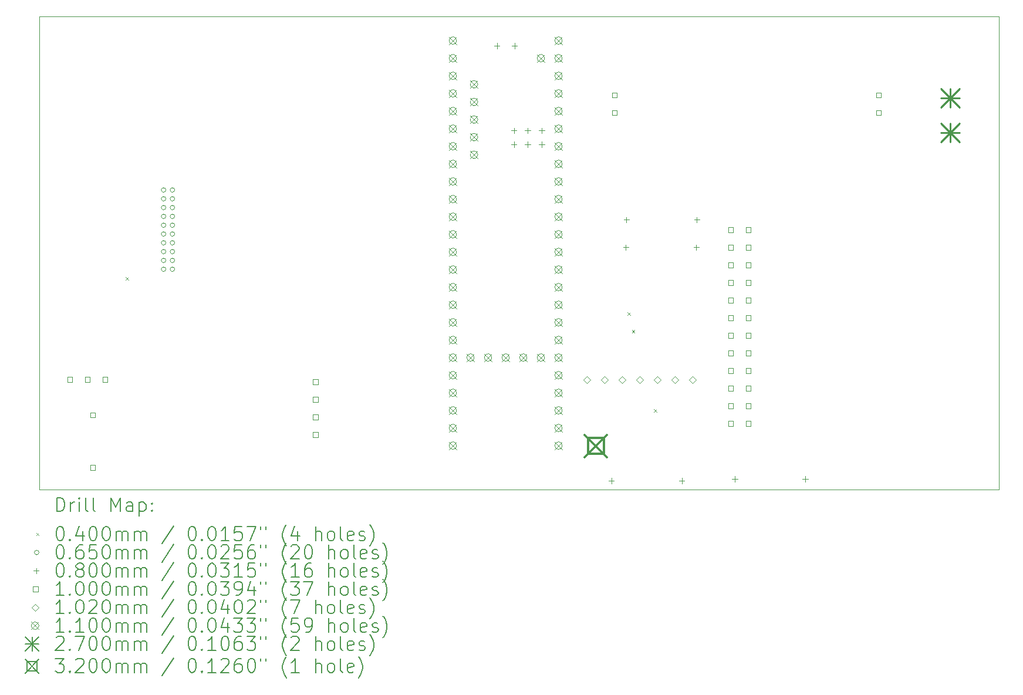
<source format=gbr>
%TF.GenerationSoftware,KiCad,Pcbnew,(6.0.9)*%
%TF.CreationDate,2023-01-16T22:49:32-05:00*%
%TF.ProjectId,rrc_pcb,7272635f-7063-4622-9e6b-696361645f70,rev?*%
%TF.SameCoordinates,Original*%
%TF.FileFunction,Drillmap*%
%TF.FilePolarity,Positive*%
%FSLAX45Y45*%
G04 Gerber Fmt 4.5, Leading zero omitted, Abs format (unit mm)*
G04 Created by KiCad (PCBNEW (6.0.9)) date 2023-01-16 22:49:32*
%MOMM*%
%LPD*%
G01*
G04 APERTURE LIST*
%ADD10C,0.050000*%
%ADD11C,0.200000*%
%ADD12C,0.040000*%
%ADD13C,0.065000*%
%ADD14C,0.080000*%
%ADD15C,0.100000*%
%ADD16C,0.102000*%
%ADD17C,0.110000*%
%ADD18C,0.270000*%
%ADD19C,0.320000*%
G04 APERTURE END LIST*
D10*
X4191000Y-2065671D02*
X18034000Y-2065671D01*
X18034000Y-2065671D02*
X18034000Y-8890000D01*
X18034000Y-8890000D02*
X4191000Y-8890000D01*
X4191000Y-8890000D02*
X4191000Y-2065671D01*
D11*
D12*
X5441000Y-5822000D02*
X5481000Y-5862000D01*
X5481000Y-5822000D02*
X5441000Y-5862000D01*
X12680000Y-6330000D02*
X12720000Y-6370000D01*
X12720000Y-6330000D02*
X12680000Y-6370000D01*
X12743500Y-6584000D02*
X12783500Y-6624000D01*
X12783500Y-6584000D02*
X12743500Y-6624000D01*
X13061000Y-7727000D02*
X13101000Y-7767000D01*
X13101000Y-7727000D02*
X13061000Y-7767000D01*
D13*
X6019515Y-4567750D02*
G75*
G03*
X6019515Y-4567750I-32500J0D01*
G01*
X6019515Y-4694750D02*
G75*
G03*
X6019515Y-4694750I-32500J0D01*
G01*
X6019515Y-4821750D02*
G75*
G03*
X6019515Y-4821750I-32500J0D01*
G01*
X6019515Y-4948750D02*
G75*
G03*
X6019515Y-4948750I-32500J0D01*
G01*
X6019515Y-5075750D02*
G75*
G03*
X6019515Y-5075750I-32500J0D01*
G01*
X6019515Y-5202750D02*
G75*
G03*
X6019515Y-5202750I-32500J0D01*
G01*
X6019515Y-5329750D02*
G75*
G03*
X6019515Y-5329750I-32500J0D01*
G01*
X6019515Y-5456750D02*
G75*
G03*
X6019515Y-5456750I-32500J0D01*
G01*
X6019515Y-5583750D02*
G75*
G03*
X6019515Y-5583750I-32500J0D01*
G01*
X6019515Y-5710750D02*
G75*
G03*
X6019515Y-5710750I-32500J0D01*
G01*
X6146515Y-4567750D02*
G75*
G03*
X6146515Y-4567750I-32500J0D01*
G01*
X6146515Y-4694750D02*
G75*
G03*
X6146515Y-4694750I-32500J0D01*
G01*
X6146515Y-4821750D02*
G75*
G03*
X6146515Y-4821750I-32500J0D01*
G01*
X6146515Y-4948750D02*
G75*
G03*
X6146515Y-4948750I-32500J0D01*
G01*
X6146515Y-5075750D02*
G75*
G03*
X6146515Y-5075750I-32500J0D01*
G01*
X6146515Y-5202750D02*
G75*
G03*
X6146515Y-5202750I-32500J0D01*
G01*
X6146515Y-5329750D02*
G75*
G03*
X6146515Y-5329750I-32500J0D01*
G01*
X6146515Y-5456750D02*
G75*
G03*
X6146515Y-5456750I-32500J0D01*
G01*
X6146515Y-5583750D02*
G75*
G03*
X6146515Y-5583750I-32500J0D01*
G01*
X6146515Y-5710750D02*
G75*
G03*
X6146515Y-5710750I-32500J0D01*
G01*
D14*
X10795000Y-2446000D02*
X10795000Y-2526000D01*
X10755000Y-2486000D02*
X10835000Y-2486000D01*
X11040160Y-3670000D02*
X11040160Y-3750000D01*
X11000160Y-3710000D02*
X11080160Y-3710000D01*
X11040160Y-3870000D02*
X11040160Y-3950000D01*
X11000160Y-3910000D02*
X11080160Y-3910000D01*
X11049000Y-2446000D02*
X11049000Y-2526000D01*
X11009000Y-2486000D02*
X11089000Y-2486000D01*
X11240160Y-3670000D02*
X11240160Y-3750000D01*
X11200160Y-3710000D02*
X11280160Y-3710000D01*
X11240160Y-3870000D02*
X11240160Y-3950000D01*
X11200160Y-3910000D02*
X11280160Y-3910000D01*
X11440160Y-3670000D02*
X11440160Y-3750000D01*
X11400160Y-3710000D02*
X11480160Y-3710000D01*
X11440160Y-3870000D02*
X11440160Y-3950000D01*
X11400160Y-3910000D02*
X11480160Y-3910000D01*
X12446000Y-8723000D02*
X12446000Y-8803000D01*
X12406000Y-8763000D02*
X12486000Y-8763000D01*
X12656495Y-5355094D02*
X12656495Y-5435094D01*
X12616495Y-5395094D02*
X12696495Y-5395094D01*
X12664470Y-4956350D02*
X12664470Y-5036350D01*
X12624470Y-4996350D02*
X12704470Y-4996350D01*
X13462000Y-8723000D02*
X13462000Y-8803000D01*
X13422000Y-8763000D02*
X13502000Y-8763000D01*
X13672495Y-5355094D02*
X13672495Y-5435094D01*
X13632495Y-5395094D02*
X13712495Y-5395094D01*
X13680470Y-4956350D02*
X13680470Y-5036350D01*
X13640470Y-4996350D02*
X13720470Y-4996350D01*
X14228046Y-8697779D02*
X14228046Y-8777779D01*
X14188046Y-8737779D02*
X14268046Y-8737779D01*
X15244046Y-8697779D02*
X15244046Y-8777779D01*
X15204046Y-8737779D02*
X15284046Y-8737779D01*
D15*
X4670856Y-7337856D02*
X4670856Y-7267144D01*
X4600144Y-7267144D01*
X4600144Y-7337856D01*
X4670856Y-7337856D01*
X4924856Y-7337856D02*
X4924856Y-7267144D01*
X4854144Y-7267144D01*
X4854144Y-7337856D01*
X4924856Y-7337856D01*
X5002171Y-7847581D02*
X5002171Y-7776869D01*
X4931460Y-7776869D01*
X4931460Y-7847581D01*
X5002171Y-7847581D01*
X5002171Y-8607581D02*
X5002171Y-8536869D01*
X4931460Y-8536869D01*
X4931460Y-8607581D01*
X5002171Y-8607581D01*
X5178856Y-7337856D02*
X5178856Y-7267144D01*
X5108144Y-7267144D01*
X5108144Y-7337856D01*
X5178856Y-7337856D01*
X8213999Y-7369821D02*
X8213999Y-7299109D01*
X8143288Y-7299109D01*
X8143288Y-7369821D01*
X8213999Y-7369821D01*
X8213999Y-7623821D02*
X8213999Y-7553109D01*
X8143288Y-7553109D01*
X8143288Y-7623821D01*
X8213999Y-7623821D01*
X8213999Y-7877821D02*
X8213999Y-7807109D01*
X8143288Y-7807109D01*
X8143288Y-7877821D01*
X8213999Y-7877821D01*
X8213999Y-8131821D02*
X8213999Y-8061109D01*
X8143288Y-8061109D01*
X8143288Y-8131821D01*
X8213999Y-8131821D01*
X12526356Y-3234856D02*
X12526356Y-3164144D01*
X12455644Y-3164144D01*
X12455644Y-3234856D01*
X12526356Y-3234856D01*
X12526356Y-3488856D02*
X12526356Y-3418144D01*
X12455644Y-3418144D01*
X12455644Y-3488856D01*
X12526356Y-3488856D01*
X14204917Y-5178569D02*
X14204917Y-5107858D01*
X14134205Y-5107858D01*
X14134205Y-5178569D01*
X14204917Y-5178569D01*
X14204917Y-5432569D02*
X14204917Y-5361858D01*
X14134205Y-5361858D01*
X14134205Y-5432569D01*
X14204917Y-5432569D01*
X14204917Y-5686569D02*
X14204917Y-5615858D01*
X14134205Y-5615858D01*
X14134205Y-5686569D01*
X14204917Y-5686569D01*
X14204917Y-5940569D02*
X14204917Y-5869858D01*
X14134205Y-5869858D01*
X14134205Y-5940569D01*
X14204917Y-5940569D01*
X14204917Y-6194569D02*
X14204917Y-6123858D01*
X14134205Y-6123858D01*
X14134205Y-6194569D01*
X14204917Y-6194569D01*
X14204917Y-6448569D02*
X14204917Y-6377858D01*
X14134205Y-6377858D01*
X14134205Y-6448569D01*
X14204917Y-6448569D01*
X14204917Y-6702569D02*
X14204917Y-6631858D01*
X14134205Y-6631858D01*
X14134205Y-6702569D01*
X14204917Y-6702569D01*
X14204917Y-6956569D02*
X14204917Y-6885858D01*
X14134205Y-6885858D01*
X14134205Y-6956569D01*
X14204917Y-6956569D01*
X14204917Y-7210569D02*
X14204917Y-7139858D01*
X14134205Y-7139858D01*
X14134205Y-7210569D01*
X14204917Y-7210569D01*
X14204917Y-7464569D02*
X14204917Y-7393858D01*
X14134205Y-7393858D01*
X14134205Y-7464569D01*
X14204917Y-7464569D01*
X14204917Y-7718569D02*
X14204917Y-7647858D01*
X14134205Y-7647858D01*
X14134205Y-7718569D01*
X14204917Y-7718569D01*
X14204917Y-7972569D02*
X14204917Y-7901858D01*
X14134205Y-7901858D01*
X14134205Y-7972569D01*
X14204917Y-7972569D01*
X14458917Y-5178569D02*
X14458917Y-5107858D01*
X14388205Y-5107858D01*
X14388205Y-5178569D01*
X14458917Y-5178569D01*
X14458917Y-5432569D02*
X14458917Y-5361858D01*
X14388205Y-5361858D01*
X14388205Y-5432569D01*
X14458917Y-5432569D01*
X14458917Y-5686569D02*
X14458917Y-5615858D01*
X14388205Y-5615858D01*
X14388205Y-5686569D01*
X14458917Y-5686569D01*
X14458917Y-5940569D02*
X14458917Y-5869858D01*
X14388205Y-5869858D01*
X14388205Y-5940569D01*
X14458917Y-5940569D01*
X14458917Y-6194569D02*
X14458917Y-6123858D01*
X14388205Y-6123858D01*
X14388205Y-6194569D01*
X14458917Y-6194569D01*
X14458917Y-6448569D02*
X14458917Y-6377858D01*
X14388205Y-6377858D01*
X14388205Y-6448569D01*
X14458917Y-6448569D01*
X14458917Y-6702569D02*
X14458917Y-6631858D01*
X14388205Y-6631858D01*
X14388205Y-6702569D01*
X14458917Y-6702569D01*
X14458917Y-6956569D02*
X14458917Y-6885858D01*
X14388205Y-6885858D01*
X14388205Y-6956569D01*
X14458917Y-6956569D01*
X14458917Y-7210569D02*
X14458917Y-7139858D01*
X14388205Y-7139858D01*
X14388205Y-7210569D01*
X14458917Y-7210569D01*
X14458917Y-7464569D02*
X14458917Y-7393858D01*
X14388205Y-7393858D01*
X14388205Y-7464569D01*
X14458917Y-7464569D01*
X14458917Y-7718569D02*
X14458917Y-7647858D01*
X14388205Y-7647858D01*
X14388205Y-7718569D01*
X14458917Y-7718569D01*
X14458917Y-7972569D02*
X14458917Y-7901858D01*
X14388205Y-7901858D01*
X14388205Y-7972569D01*
X14458917Y-7972569D01*
X16336356Y-3234856D02*
X16336356Y-3164144D01*
X16265644Y-3164144D01*
X16265644Y-3234856D01*
X16336356Y-3234856D01*
X16336356Y-3488856D02*
X16336356Y-3418144D01*
X16265644Y-3418144D01*
X16265644Y-3488856D01*
X16336356Y-3488856D01*
D16*
X12096324Y-7359857D02*
X12147324Y-7308857D01*
X12096324Y-7257857D01*
X12045324Y-7308857D01*
X12096324Y-7359857D01*
X12350324Y-7359857D02*
X12401324Y-7308857D01*
X12350324Y-7257857D01*
X12299324Y-7308857D01*
X12350324Y-7359857D01*
X12604324Y-7359857D02*
X12655324Y-7308857D01*
X12604324Y-7257857D01*
X12553324Y-7308857D01*
X12604324Y-7359857D01*
X12858324Y-7359857D02*
X12909324Y-7308857D01*
X12858324Y-7257857D01*
X12807324Y-7308857D01*
X12858324Y-7359857D01*
X13112324Y-7359857D02*
X13163324Y-7308857D01*
X13112324Y-7257857D01*
X13061324Y-7308857D01*
X13112324Y-7359857D01*
X13366324Y-7359857D02*
X13417324Y-7308857D01*
X13366324Y-7257857D01*
X13315324Y-7308857D01*
X13366324Y-7359857D01*
X13620324Y-7359857D02*
X13671324Y-7308857D01*
X13620324Y-7257857D01*
X13569324Y-7308857D01*
X13620324Y-7359857D01*
D17*
X10105000Y-2358000D02*
X10215000Y-2468000D01*
X10215000Y-2358000D02*
X10105000Y-2468000D01*
X10215000Y-2413000D02*
G75*
G03*
X10215000Y-2413000I-55000J0D01*
G01*
X10105000Y-2612000D02*
X10215000Y-2722000D01*
X10215000Y-2612000D02*
X10105000Y-2722000D01*
X10215000Y-2667000D02*
G75*
G03*
X10215000Y-2667000I-55000J0D01*
G01*
X10105000Y-2866000D02*
X10215000Y-2976000D01*
X10215000Y-2866000D02*
X10105000Y-2976000D01*
X10215000Y-2921000D02*
G75*
G03*
X10215000Y-2921000I-55000J0D01*
G01*
X10105000Y-3120000D02*
X10215000Y-3230000D01*
X10215000Y-3120000D02*
X10105000Y-3230000D01*
X10215000Y-3175000D02*
G75*
G03*
X10215000Y-3175000I-55000J0D01*
G01*
X10105000Y-3374000D02*
X10215000Y-3484000D01*
X10215000Y-3374000D02*
X10105000Y-3484000D01*
X10215000Y-3429000D02*
G75*
G03*
X10215000Y-3429000I-55000J0D01*
G01*
X10105000Y-3628000D02*
X10215000Y-3738000D01*
X10215000Y-3628000D02*
X10105000Y-3738000D01*
X10215000Y-3683000D02*
G75*
G03*
X10215000Y-3683000I-55000J0D01*
G01*
X10105000Y-3882000D02*
X10215000Y-3992000D01*
X10215000Y-3882000D02*
X10105000Y-3992000D01*
X10215000Y-3937000D02*
G75*
G03*
X10215000Y-3937000I-55000J0D01*
G01*
X10105000Y-4136000D02*
X10215000Y-4246000D01*
X10215000Y-4136000D02*
X10105000Y-4246000D01*
X10215000Y-4191000D02*
G75*
G03*
X10215000Y-4191000I-55000J0D01*
G01*
X10105000Y-4390000D02*
X10215000Y-4500000D01*
X10215000Y-4390000D02*
X10105000Y-4500000D01*
X10215000Y-4445000D02*
G75*
G03*
X10215000Y-4445000I-55000J0D01*
G01*
X10105000Y-4644000D02*
X10215000Y-4754000D01*
X10215000Y-4644000D02*
X10105000Y-4754000D01*
X10215000Y-4699000D02*
G75*
G03*
X10215000Y-4699000I-55000J0D01*
G01*
X10105000Y-4898000D02*
X10215000Y-5008000D01*
X10215000Y-4898000D02*
X10105000Y-5008000D01*
X10215000Y-4953000D02*
G75*
G03*
X10215000Y-4953000I-55000J0D01*
G01*
X10105000Y-5152000D02*
X10215000Y-5262000D01*
X10215000Y-5152000D02*
X10105000Y-5262000D01*
X10215000Y-5207000D02*
G75*
G03*
X10215000Y-5207000I-55000J0D01*
G01*
X10105000Y-5406000D02*
X10215000Y-5516000D01*
X10215000Y-5406000D02*
X10105000Y-5516000D01*
X10215000Y-5461000D02*
G75*
G03*
X10215000Y-5461000I-55000J0D01*
G01*
X10105000Y-5660000D02*
X10215000Y-5770000D01*
X10215000Y-5660000D02*
X10105000Y-5770000D01*
X10215000Y-5715000D02*
G75*
G03*
X10215000Y-5715000I-55000J0D01*
G01*
X10105000Y-5914000D02*
X10215000Y-6024000D01*
X10215000Y-5914000D02*
X10105000Y-6024000D01*
X10215000Y-5969000D02*
G75*
G03*
X10215000Y-5969000I-55000J0D01*
G01*
X10105000Y-6168000D02*
X10215000Y-6278000D01*
X10215000Y-6168000D02*
X10105000Y-6278000D01*
X10215000Y-6223000D02*
G75*
G03*
X10215000Y-6223000I-55000J0D01*
G01*
X10105000Y-6422000D02*
X10215000Y-6532000D01*
X10215000Y-6422000D02*
X10105000Y-6532000D01*
X10215000Y-6477000D02*
G75*
G03*
X10215000Y-6477000I-55000J0D01*
G01*
X10105000Y-6676000D02*
X10215000Y-6786000D01*
X10215000Y-6676000D02*
X10105000Y-6786000D01*
X10215000Y-6731000D02*
G75*
G03*
X10215000Y-6731000I-55000J0D01*
G01*
X10105000Y-6930000D02*
X10215000Y-7040000D01*
X10215000Y-6930000D02*
X10105000Y-7040000D01*
X10215000Y-6985000D02*
G75*
G03*
X10215000Y-6985000I-55000J0D01*
G01*
X10105000Y-7184000D02*
X10215000Y-7294000D01*
X10215000Y-7184000D02*
X10105000Y-7294000D01*
X10215000Y-7239000D02*
G75*
G03*
X10215000Y-7239000I-55000J0D01*
G01*
X10105000Y-7438000D02*
X10215000Y-7548000D01*
X10215000Y-7438000D02*
X10105000Y-7548000D01*
X10215000Y-7493000D02*
G75*
G03*
X10215000Y-7493000I-55000J0D01*
G01*
X10105000Y-7692000D02*
X10215000Y-7802000D01*
X10215000Y-7692000D02*
X10105000Y-7802000D01*
X10215000Y-7747000D02*
G75*
G03*
X10215000Y-7747000I-55000J0D01*
G01*
X10105000Y-7946000D02*
X10215000Y-8056000D01*
X10215000Y-7946000D02*
X10105000Y-8056000D01*
X10215000Y-8001000D02*
G75*
G03*
X10215000Y-8001000I-55000J0D01*
G01*
X10105000Y-8200000D02*
X10215000Y-8310000D01*
X10215000Y-8200000D02*
X10105000Y-8310000D01*
X10215000Y-8255000D02*
G75*
G03*
X10215000Y-8255000I-55000J0D01*
G01*
X10359000Y-6930000D02*
X10469000Y-7040000D01*
X10469000Y-6930000D02*
X10359000Y-7040000D01*
X10469000Y-6985000D02*
G75*
G03*
X10469000Y-6985000I-55000J0D01*
G01*
X10410080Y-2987920D02*
X10520080Y-3097920D01*
X10520080Y-2987920D02*
X10410080Y-3097920D01*
X10520080Y-3042920D02*
G75*
G03*
X10520080Y-3042920I-55000J0D01*
G01*
X10410080Y-3241920D02*
X10520080Y-3351920D01*
X10520080Y-3241920D02*
X10410080Y-3351920D01*
X10520080Y-3296920D02*
G75*
G03*
X10520080Y-3296920I-55000J0D01*
G01*
X10410080Y-3495920D02*
X10520080Y-3605920D01*
X10520080Y-3495920D02*
X10410080Y-3605920D01*
X10520080Y-3550920D02*
G75*
G03*
X10520080Y-3550920I-55000J0D01*
G01*
X10410080Y-3749920D02*
X10520080Y-3859920D01*
X10520080Y-3749920D02*
X10410080Y-3859920D01*
X10520080Y-3804920D02*
G75*
G03*
X10520080Y-3804920I-55000J0D01*
G01*
X10410080Y-4003920D02*
X10520080Y-4113920D01*
X10520080Y-4003920D02*
X10410080Y-4113920D01*
X10520080Y-4058920D02*
G75*
G03*
X10520080Y-4058920I-55000J0D01*
G01*
X10613000Y-6930000D02*
X10723000Y-7040000D01*
X10723000Y-6930000D02*
X10613000Y-7040000D01*
X10723000Y-6985000D02*
G75*
G03*
X10723000Y-6985000I-55000J0D01*
G01*
X10867000Y-6930000D02*
X10977000Y-7040000D01*
X10977000Y-6930000D02*
X10867000Y-7040000D01*
X10977000Y-6985000D02*
G75*
G03*
X10977000Y-6985000I-55000J0D01*
G01*
X11121000Y-6930000D02*
X11231000Y-7040000D01*
X11231000Y-6930000D02*
X11121000Y-7040000D01*
X11231000Y-6985000D02*
G75*
G03*
X11231000Y-6985000I-55000J0D01*
G01*
X11375000Y-2612000D02*
X11485000Y-2722000D01*
X11485000Y-2612000D02*
X11375000Y-2722000D01*
X11485000Y-2667000D02*
G75*
G03*
X11485000Y-2667000I-55000J0D01*
G01*
X11375000Y-6930000D02*
X11485000Y-7040000D01*
X11485000Y-6930000D02*
X11375000Y-7040000D01*
X11485000Y-6985000D02*
G75*
G03*
X11485000Y-6985000I-55000J0D01*
G01*
X11629000Y-2358000D02*
X11739000Y-2468000D01*
X11739000Y-2358000D02*
X11629000Y-2468000D01*
X11739000Y-2413000D02*
G75*
G03*
X11739000Y-2413000I-55000J0D01*
G01*
X11629000Y-2612000D02*
X11739000Y-2722000D01*
X11739000Y-2612000D02*
X11629000Y-2722000D01*
X11739000Y-2667000D02*
G75*
G03*
X11739000Y-2667000I-55000J0D01*
G01*
X11629000Y-2866000D02*
X11739000Y-2976000D01*
X11739000Y-2866000D02*
X11629000Y-2976000D01*
X11739000Y-2921000D02*
G75*
G03*
X11739000Y-2921000I-55000J0D01*
G01*
X11629000Y-3120000D02*
X11739000Y-3230000D01*
X11739000Y-3120000D02*
X11629000Y-3230000D01*
X11739000Y-3175000D02*
G75*
G03*
X11739000Y-3175000I-55000J0D01*
G01*
X11629000Y-3374000D02*
X11739000Y-3484000D01*
X11739000Y-3374000D02*
X11629000Y-3484000D01*
X11739000Y-3429000D02*
G75*
G03*
X11739000Y-3429000I-55000J0D01*
G01*
X11629000Y-3628000D02*
X11739000Y-3738000D01*
X11739000Y-3628000D02*
X11629000Y-3738000D01*
X11739000Y-3683000D02*
G75*
G03*
X11739000Y-3683000I-55000J0D01*
G01*
X11629000Y-3882000D02*
X11739000Y-3992000D01*
X11739000Y-3882000D02*
X11629000Y-3992000D01*
X11739000Y-3937000D02*
G75*
G03*
X11739000Y-3937000I-55000J0D01*
G01*
X11629000Y-4136000D02*
X11739000Y-4246000D01*
X11739000Y-4136000D02*
X11629000Y-4246000D01*
X11739000Y-4191000D02*
G75*
G03*
X11739000Y-4191000I-55000J0D01*
G01*
X11629000Y-4390000D02*
X11739000Y-4500000D01*
X11739000Y-4390000D02*
X11629000Y-4500000D01*
X11739000Y-4445000D02*
G75*
G03*
X11739000Y-4445000I-55000J0D01*
G01*
X11629000Y-4644000D02*
X11739000Y-4754000D01*
X11739000Y-4644000D02*
X11629000Y-4754000D01*
X11739000Y-4699000D02*
G75*
G03*
X11739000Y-4699000I-55000J0D01*
G01*
X11629000Y-4898000D02*
X11739000Y-5008000D01*
X11739000Y-4898000D02*
X11629000Y-5008000D01*
X11739000Y-4953000D02*
G75*
G03*
X11739000Y-4953000I-55000J0D01*
G01*
X11629000Y-5152000D02*
X11739000Y-5262000D01*
X11739000Y-5152000D02*
X11629000Y-5262000D01*
X11739000Y-5207000D02*
G75*
G03*
X11739000Y-5207000I-55000J0D01*
G01*
X11629000Y-5406000D02*
X11739000Y-5516000D01*
X11739000Y-5406000D02*
X11629000Y-5516000D01*
X11739000Y-5461000D02*
G75*
G03*
X11739000Y-5461000I-55000J0D01*
G01*
X11629000Y-5660000D02*
X11739000Y-5770000D01*
X11739000Y-5660000D02*
X11629000Y-5770000D01*
X11739000Y-5715000D02*
G75*
G03*
X11739000Y-5715000I-55000J0D01*
G01*
X11629000Y-5914000D02*
X11739000Y-6024000D01*
X11739000Y-5914000D02*
X11629000Y-6024000D01*
X11739000Y-5969000D02*
G75*
G03*
X11739000Y-5969000I-55000J0D01*
G01*
X11629000Y-6168000D02*
X11739000Y-6278000D01*
X11739000Y-6168000D02*
X11629000Y-6278000D01*
X11739000Y-6223000D02*
G75*
G03*
X11739000Y-6223000I-55000J0D01*
G01*
X11629000Y-6422000D02*
X11739000Y-6532000D01*
X11739000Y-6422000D02*
X11629000Y-6532000D01*
X11739000Y-6477000D02*
G75*
G03*
X11739000Y-6477000I-55000J0D01*
G01*
X11629000Y-6676000D02*
X11739000Y-6786000D01*
X11739000Y-6676000D02*
X11629000Y-6786000D01*
X11739000Y-6731000D02*
G75*
G03*
X11739000Y-6731000I-55000J0D01*
G01*
X11629000Y-6930000D02*
X11739000Y-7040000D01*
X11739000Y-6930000D02*
X11629000Y-7040000D01*
X11739000Y-6985000D02*
G75*
G03*
X11739000Y-6985000I-55000J0D01*
G01*
X11629000Y-7184000D02*
X11739000Y-7294000D01*
X11739000Y-7184000D02*
X11629000Y-7294000D01*
X11739000Y-7239000D02*
G75*
G03*
X11739000Y-7239000I-55000J0D01*
G01*
X11629000Y-7438000D02*
X11739000Y-7548000D01*
X11739000Y-7438000D02*
X11629000Y-7548000D01*
X11739000Y-7493000D02*
G75*
G03*
X11739000Y-7493000I-55000J0D01*
G01*
X11629000Y-7692000D02*
X11739000Y-7802000D01*
X11739000Y-7692000D02*
X11629000Y-7802000D01*
X11739000Y-7747000D02*
G75*
G03*
X11739000Y-7747000I-55000J0D01*
G01*
X11629000Y-7946000D02*
X11739000Y-8056000D01*
X11739000Y-7946000D02*
X11629000Y-8056000D01*
X11739000Y-8001000D02*
G75*
G03*
X11739000Y-8001000I-55000J0D01*
G01*
X11629000Y-8200000D02*
X11739000Y-8310000D01*
X11739000Y-8200000D02*
X11629000Y-8310000D01*
X11739000Y-8255000D02*
G75*
G03*
X11739000Y-8255000I-55000J0D01*
G01*
D18*
X17200500Y-3103500D02*
X17470500Y-3373500D01*
X17470500Y-3103500D02*
X17200500Y-3373500D01*
X17335500Y-3103500D02*
X17335500Y-3373500D01*
X17200500Y-3238500D02*
X17470500Y-3238500D01*
X17200500Y-3603500D02*
X17470500Y-3873500D01*
X17470500Y-3603500D02*
X17200500Y-3873500D01*
X17335500Y-3603500D02*
X17335500Y-3873500D01*
X17200500Y-3738500D02*
X17470500Y-3738500D01*
D19*
X12063324Y-8099357D02*
X12383324Y-8419357D01*
X12383324Y-8099357D02*
X12063324Y-8419357D01*
X12336462Y-8372495D02*
X12336462Y-8146219D01*
X12110186Y-8146219D01*
X12110186Y-8372495D01*
X12336462Y-8372495D01*
D11*
X4446119Y-9202976D02*
X4446119Y-9002976D01*
X4493738Y-9002976D01*
X4522310Y-9012500D01*
X4541357Y-9031548D01*
X4550881Y-9050595D01*
X4560405Y-9088690D01*
X4560405Y-9117262D01*
X4550881Y-9155357D01*
X4541357Y-9174405D01*
X4522310Y-9193452D01*
X4493738Y-9202976D01*
X4446119Y-9202976D01*
X4646119Y-9202976D02*
X4646119Y-9069643D01*
X4646119Y-9107738D02*
X4655643Y-9088690D01*
X4665167Y-9079167D01*
X4684214Y-9069643D01*
X4703262Y-9069643D01*
X4769929Y-9202976D02*
X4769929Y-9069643D01*
X4769929Y-9002976D02*
X4760405Y-9012500D01*
X4769929Y-9022024D01*
X4779452Y-9012500D01*
X4769929Y-9002976D01*
X4769929Y-9022024D01*
X4893738Y-9202976D02*
X4874690Y-9193452D01*
X4865167Y-9174405D01*
X4865167Y-9002976D01*
X4998500Y-9202976D02*
X4979452Y-9193452D01*
X4969929Y-9174405D01*
X4969929Y-9002976D01*
X5227071Y-9202976D02*
X5227071Y-9002976D01*
X5293738Y-9145833D01*
X5360405Y-9002976D01*
X5360405Y-9202976D01*
X5541357Y-9202976D02*
X5541357Y-9098214D01*
X5531833Y-9079167D01*
X5512786Y-9069643D01*
X5474690Y-9069643D01*
X5455643Y-9079167D01*
X5541357Y-9193452D02*
X5522310Y-9202976D01*
X5474690Y-9202976D01*
X5455643Y-9193452D01*
X5446119Y-9174405D01*
X5446119Y-9155357D01*
X5455643Y-9136310D01*
X5474690Y-9126786D01*
X5522310Y-9126786D01*
X5541357Y-9117262D01*
X5636595Y-9069643D02*
X5636595Y-9269643D01*
X5636595Y-9079167D02*
X5655643Y-9069643D01*
X5693738Y-9069643D01*
X5712786Y-9079167D01*
X5722309Y-9088690D01*
X5731833Y-9107738D01*
X5731833Y-9164881D01*
X5722309Y-9183929D01*
X5712786Y-9193452D01*
X5693738Y-9202976D01*
X5655643Y-9202976D01*
X5636595Y-9193452D01*
X5817548Y-9183929D02*
X5827071Y-9193452D01*
X5817548Y-9202976D01*
X5808024Y-9193452D01*
X5817548Y-9183929D01*
X5817548Y-9202976D01*
X5817548Y-9079167D02*
X5827071Y-9088690D01*
X5817548Y-9098214D01*
X5808024Y-9088690D01*
X5817548Y-9079167D01*
X5817548Y-9098214D01*
D12*
X4148500Y-9512500D02*
X4188500Y-9552500D01*
X4188500Y-9512500D02*
X4148500Y-9552500D01*
D11*
X4484214Y-9422976D02*
X4503262Y-9422976D01*
X4522310Y-9432500D01*
X4531833Y-9442024D01*
X4541357Y-9461071D01*
X4550881Y-9499167D01*
X4550881Y-9546786D01*
X4541357Y-9584881D01*
X4531833Y-9603929D01*
X4522310Y-9613452D01*
X4503262Y-9622976D01*
X4484214Y-9622976D01*
X4465167Y-9613452D01*
X4455643Y-9603929D01*
X4446119Y-9584881D01*
X4436595Y-9546786D01*
X4436595Y-9499167D01*
X4446119Y-9461071D01*
X4455643Y-9442024D01*
X4465167Y-9432500D01*
X4484214Y-9422976D01*
X4636595Y-9603929D02*
X4646119Y-9613452D01*
X4636595Y-9622976D01*
X4627071Y-9613452D01*
X4636595Y-9603929D01*
X4636595Y-9622976D01*
X4817548Y-9489643D02*
X4817548Y-9622976D01*
X4769929Y-9413452D02*
X4722310Y-9556310D01*
X4846119Y-9556310D01*
X4960405Y-9422976D02*
X4979452Y-9422976D01*
X4998500Y-9432500D01*
X5008024Y-9442024D01*
X5017548Y-9461071D01*
X5027071Y-9499167D01*
X5027071Y-9546786D01*
X5017548Y-9584881D01*
X5008024Y-9603929D01*
X4998500Y-9613452D01*
X4979452Y-9622976D01*
X4960405Y-9622976D01*
X4941357Y-9613452D01*
X4931833Y-9603929D01*
X4922310Y-9584881D01*
X4912786Y-9546786D01*
X4912786Y-9499167D01*
X4922310Y-9461071D01*
X4931833Y-9442024D01*
X4941357Y-9432500D01*
X4960405Y-9422976D01*
X5150881Y-9422976D02*
X5169929Y-9422976D01*
X5188976Y-9432500D01*
X5198500Y-9442024D01*
X5208024Y-9461071D01*
X5217548Y-9499167D01*
X5217548Y-9546786D01*
X5208024Y-9584881D01*
X5198500Y-9603929D01*
X5188976Y-9613452D01*
X5169929Y-9622976D01*
X5150881Y-9622976D01*
X5131833Y-9613452D01*
X5122310Y-9603929D01*
X5112786Y-9584881D01*
X5103262Y-9546786D01*
X5103262Y-9499167D01*
X5112786Y-9461071D01*
X5122310Y-9442024D01*
X5131833Y-9432500D01*
X5150881Y-9422976D01*
X5303262Y-9622976D02*
X5303262Y-9489643D01*
X5303262Y-9508690D02*
X5312786Y-9499167D01*
X5331833Y-9489643D01*
X5360405Y-9489643D01*
X5379452Y-9499167D01*
X5388976Y-9518214D01*
X5388976Y-9622976D01*
X5388976Y-9518214D02*
X5398500Y-9499167D01*
X5417548Y-9489643D01*
X5446119Y-9489643D01*
X5465167Y-9499167D01*
X5474690Y-9518214D01*
X5474690Y-9622976D01*
X5569929Y-9622976D02*
X5569929Y-9489643D01*
X5569929Y-9508690D02*
X5579452Y-9499167D01*
X5598500Y-9489643D01*
X5627071Y-9489643D01*
X5646119Y-9499167D01*
X5655643Y-9518214D01*
X5655643Y-9622976D01*
X5655643Y-9518214D02*
X5665167Y-9499167D01*
X5684214Y-9489643D01*
X5712786Y-9489643D01*
X5731833Y-9499167D01*
X5741357Y-9518214D01*
X5741357Y-9622976D01*
X6131833Y-9413452D02*
X5960405Y-9670595D01*
X6388976Y-9422976D02*
X6408024Y-9422976D01*
X6427071Y-9432500D01*
X6436595Y-9442024D01*
X6446119Y-9461071D01*
X6455643Y-9499167D01*
X6455643Y-9546786D01*
X6446119Y-9584881D01*
X6436595Y-9603929D01*
X6427071Y-9613452D01*
X6408024Y-9622976D01*
X6388976Y-9622976D01*
X6369928Y-9613452D01*
X6360405Y-9603929D01*
X6350881Y-9584881D01*
X6341357Y-9546786D01*
X6341357Y-9499167D01*
X6350881Y-9461071D01*
X6360405Y-9442024D01*
X6369928Y-9432500D01*
X6388976Y-9422976D01*
X6541357Y-9603929D02*
X6550881Y-9613452D01*
X6541357Y-9622976D01*
X6531833Y-9613452D01*
X6541357Y-9603929D01*
X6541357Y-9622976D01*
X6674690Y-9422976D02*
X6693738Y-9422976D01*
X6712786Y-9432500D01*
X6722309Y-9442024D01*
X6731833Y-9461071D01*
X6741357Y-9499167D01*
X6741357Y-9546786D01*
X6731833Y-9584881D01*
X6722309Y-9603929D01*
X6712786Y-9613452D01*
X6693738Y-9622976D01*
X6674690Y-9622976D01*
X6655643Y-9613452D01*
X6646119Y-9603929D01*
X6636595Y-9584881D01*
X6627071Y-9546786D01*
X6627071Y-9499167D01*
X6636595Y-9461071D01*
X6646119Y-9442024D01*
X6655643Y-9432500D01*
X6674690Y-9422976D01*
X6931833Y-9622976D02*
X6817548Y-9622976D01*
X6874690Y-9622976D02*
X6874690Y-9422976D01*
X6855643Y-9451548D01*
X6836595Y-9470595D01*
X6817548Y-9480119D01*
X7112786Y-9422976D02*
X7017548Y-9422976D01*
X7008024Y-9518214D01*
X7017548Y-9508690D01*
X7036595Y-9499167D01*
X7084214Y-9499167D01*
X7103262Y-9508690D01*
X7112786Y-9518214D01*
X7122309Y-9537262D01*
X7122309Y-9584881D01*
X7112786Y-9603929D01*
X7103262Y-9613452D01*
X7084214Y-9622976D01*
X7036595Y-9622976D01*
X7017548Y-9613452D01*
X7008024Y-9603929D01*
X7188976Y-9422976D02*
X7322309Y-9422976D01*
X7236595Y-9622976D01*
X7388976Y-9422976D02*
X7388976Y-9461071D01*
X7465167Y-9422976D02*
X7465167Y-9461071D01*
X7760405Y-9699167D02*
X7750881Y-9689643D01*
X7731833Y-9661071D01*
X7722309Y-9642024D01*
X7712786Y-9613452D01*
X7703262Y-9565833D01*
X7703262Y-9527738D01*
X7712786Y-9480119D01*
X7722309Y-9451548D01*
X7731833Y-9432500D01*
X7750881Y-9403929D01*
X7760405Y-9394405D01*
X7922309Y-9489643D02*
X7922309Y-9622976D01*
X7874690Y-9413452D02*
X7827071Y-9556310D01*
X7950881Y-9556310D01*
X8179452Y-9622976D02*
X8179452Y-9422976D01*
X8265167Y-9622976D02*
X8265167Y-9518214D01*
X8255643Y-9499167D01*
X8236595Y-9489643D01*
X8208024Y-9489643D01*
X8188976Y-9499167D01*
X8179452Y-9508690D01*
X8388976Y-9622976D02*
X8369928Y-9613452D01*
X8360405Y-9603929D01*
X8350881Y-9584881D01*
X8350881Y-9527738D01*
X8360405Y-9508690D01*
X8369928Y-9499167D01*
X8388976Y-9489643D01*
X8417548Y-9489643D01*
X8436595Y-9499167D01*
X8446119Y-9508690D01*
X8455643Y-9527738D01*
X8455643Y-9584881D01*
X8446119Y-9603929D01*
X8436595Y-9613452D01*
X8417548Y-9622976D01*
X8388976Y-9622976D01*
X8569929Y-9622976D02*
X8550881Y-9613452D01*
X8541357Y-9594405D01*
X8541357Y-9422976D01*
X8722310Y-9613452D02*
X8703262Y-9622976D01*
X8665167Y-9622976D01*
X8646119Y-9613452D01*
X8636595Y-9594405D01*
X8636595Y-9518214D01*
X8646119Y-9499167D01*
X8665167Y-9489643D01*
X8703262Y-9489643D01*
X8722310Y-9499167D01*
X8731833Y-9518214D01*
X8731833Y-9537262D01*
X8636595Y-9556310D01*
X8808024Y-9613452D02*
X8827071Y-9622976D01*
X8865167Y-9622976D01*
X8884214Y-9613452D01*
X8893738Y-9594405D01*
X8893738Y-9584881D01*
X8884214Y-9565833D01*
X8865167Y-9556310D01*
X8836595Y-9556310D01*
X8817548Y-9546786D01*
X8808024Y-9527738D01*
X8808024Y-9518214D01*
X8817548Y-9499167D01*
X8836595Y-9489643D01*
X8865167Y-9489643D01*
X8884214Y-9499167D01*
X8960405Y-9699167D02*
X8969929Y-9689643D01*
X8988976Y-9661071D01*
X8998500Y-9642024D01*
X9008024Y-9613452D01*
X9017548Y-9565833D01*
X9017548Y-9527738D01*
X9008024Y-9480119D01*
X8998500Y-9451548D01*
X8988976Y-9432500D01*
X8969929Y-9403929D01*
X8960405Y-9394405D01*
D13*
X4188500Y-9796500D02*
G75*
G03*
X4188500Y-9796500I-32500J0D01*
G01*
D11*
X4484214Y-9686976D02*
X4503262Y-9686976D01*
X4522310Y-9696500D01*
X4531833Y-9706024D01*
X4541357Y-9725071D01*
X4550881Y-9763167D01*
X4550881Y-9810786D01*
X4541357Y-9848881D01*
X4531833Y-9867929D01*
X4522310Y-9877452D01*
X4503262Y-9886976D01*
X4484214Y-9886976D01*
X4465167Y-9877452D01*
X4455643Y-9867929D01*
X4446119Y-9848881D01*
X4436595Y-9810786D01*
X4436595Y-9763167D01*
X4446119Y-9725071D01*
X4455643Y-9706024D01*
X4465167Y-9696500D01*
X4484214Y-9686976D01*
X4636595Y-9867929D02*
X4646119Y-9877452D01*
X4636595Y-9886976D01*
X4627071Y-9877452D01*
X4636595Y-9867929D01*
X4636595Y-9886976D01*
X4817548Y-9686976D02*
X4779452Y-9686976D01*
X4760405Y-9696500D01*
X4750881Y-9706024D01*
X4731833Y-9734595D01*
X4722310Y-9772690D01*
X4722310Y-9848881D01*
X4731833Y-9867929D01*
X4741357Y-9877452D01*
X4760405Y-9886976D01*
X4798500Y-9886976D01*
X4817548Y-9877452D01*
X4827071Y-9867929D01*
X4836595Y-9848881D01*
X4836595Y-9801262D01*
X4827071Y-9782214D01*
X4817548Y-9772690D01*
X4798500Y-9763167D01*
X4760405Y-9763167D01*
X4741357Y-9772690D01*
X4731833Y-9782214D01*
X4722310Y-9801262D01*
X5017548Y-9686976D02*
X4922310Y-9686976D01*
X4912786Y-9782214D01*
X4922310Y-9772690D01*
X4941357Y-9763167D01*
X4988976Y-9763167D01*
X5008024Y-9772690D01*
X5017548Y-9782214D01*
X5027071Y-9801262D01*
X5027071Y-9848881D01*
X5017548Y-9867929D01*
X5008024Y-9877452D01*
X4988976Y-9886976D01*
X4941357Y-9886976D01*
X4922310Y-9877452D01*
X4912786Y-9867929D01*
X5150881Y-9686976D02*
X5169929Y-9686976D01*
X5188976Y-9696500D01*
X5198500Y-9706024D01*
X5208024Y-9725071D01*
X5217548Y-9763167D01*
X5217548Y-9810786D01*
X5208024Y-9848881D01*
X5198500Y-9867929D01*
X5188976Y-9877452D01*
X5169929Y-9886976D01*
X5150881Y-9886976D01*
X5131833Y-9877452D01*
X5122310Y-9867929D01*
X5112786Y-9848881D01*
X5103262Y-9810786D01*
X5103262Y-9763167D01*
X5112786Y-9725071D01*
X5122310Y-9706024D01*
X5131833Y-9696500D01*
X5150881Y-9686976D01*
X5303262Y-9886976D02*
X5303262Y-9753643D01*
X5303262Y-9772690D02*
X5312786Y-9763167D01*
X5331833Y-9753643D01*
X5360405Y-9753643D01*
X5379452Y-9763167D01*
X5388976Y-9782214D01*
X5388976Y-9886976D01*
X5388976Y-9782214D02*
X5398500Y-9763167D01*
X5417548Y-9753643D01*
X5446119Y-9753643D01*
X5465167Y-9763167D01*
X5474690Y-9782214D01*
X5474690Y-9886976D01*
X5569929Y-9886976D02*
X5569929Y-9753643D01*
X5569929Y-9772690D02*
X5579452Y-9763167D01*
X5598500Y-9753643D01*
X5627071Y-9753643D01*
X5646119Y-9763167D01*
X5655643Y-9782214D01*
X5655643Y-9886976D01*
X5655643Y-9782214D02*
X5665167Y-9763167D01*
X5684214Y-9753643D01*
X5712786Y-9753643D01*
X5731833Y-9763167D01*
X5741357Y-9782214D01*
X5741357Y-9886976D01*
X6131833Y-9677452D02*
X5960405Y-9934595D01*
X6388976Y-9686976D02*
X6408024Y-9686976D01*
X6427071Y-9696500D01*
X6436595Y-9706024D01*
X6446119Y-9725071D01*
X6455643Y-9763167D01*
X6455643Y-9810786D01*
X6446119Y-9848881D01*
X6436595Y-9867929D01*
X6427071Y-9877452D01*
X6408024Y-9886976D01*
X6388976Y-9886976D01*
X6369928Y-9877452D01*
X6360405Y-9867929D01*
X6350881Y-9848881D01*
X6341357Y-9810786D01*
X6341357Y-9763167D01*
X6350881Y-9725071D01*
X6360405Y-9706024D01*
X6369928Y-9696500D01*
X6388976Y-9686976D01*
X6541357Y-9867929D02*
X6550881Y-9877452D01*
X6541357Y-9886976D01*
X6531833Y-9877452D01*
X6541357Y-9867929D01*
X6541357Y-9886976D01*
X6674690Y-9686976D02*
X6693738Y-9686976D01*
X6712786Y-9696500D01*
X6722309Y-9706024D01*
X6731833Y-9725071D01*
X6741357Y-9763167D01*
X6741357Y-9810786D01*
X6731833Y-9848881D01*
X6722309Y-9867929D01*
X6712786Y-9877452D01*
X6693738Y-9886976D01*
X6674690Y-9886976D01*
X6655643Y-9877452D01*
X6646119Y-9867929D01*
X6636595Y-9848881D01*
X6627071Y-9810786D01*
X6627071Y-9763167D01*
X6636595Y-9725071D01*
X6646119Y-9706024D01*
X6655643Y-9696500D01*
X6674690Y-9686976D01*
X6817548Y-9706024D02*
X6827071Y-9696500D01*
X6846119Y-9686976D01*
X6893738Y-9686976D01*
X6912786Y-9696500D01*
X6922309Y-9706024D01*
X6931833Y-9725071D01*
X6931833Y-9744119D01*
X6922309Y-9772690D01*
X6808024Y-9886976D01*
X6931833Y-9886976D01*
X7112786Y-9686976D02*
X7017548Y-9686976D01*
X7008024Y-9782214D01*
X7017548Y-9772690D01*
X7036595Y-9763167D01*
X7084214Y-9763167D01*
X7103262Y-9772690D01*
X7112786Y-9782214D01*
X7122309Y-9801262D01*
X7122309Y-9848881D01*
X7112786Y-9867929D01*
X7103262Y-9877452D01*
X7084214Y-9886976D01*
X7036595Y-9886976D01*
X7017548Y-9877452D01*
X7008024Y-9867929D01*
X7293738Y-9686976D02*
X7255643Y-9686976D01*
X7236595Y-9696500D01*
X7227071Y-9706024D01*
X7208024Y-9734595D01*
X7198500Y-9772690D01*
X7198500Y-9848881D01*
X7208024Y-9867929D01*
X7217548Y-9877452D01*
X7236595Y-9886976D01*
X7274690Y-9886976D01*
X7293738Y-9877452D01*
X7303262Y-9867929D01*
X7312786Y-9848881D01*
X7312786Y-9801262D01*
X7303262Y-9782214D01*
X7293738Y-9772690D01*
X7274690Y-9763167D01*
X7236595Y-9763167D01*
X7217548Y-9772690D01*
X7208024Y-9782214D01*
X7198500Y-9801262D01*
X7388976Y-9686976D02*
X7388976Y-9725071D01*
X7465167Y-9686976D02*
X7465167Y-9725071D01*
X7760405Y-9963167D02*
X7750881Y-9953643D01*
X7731833Y-9925071D01*
X7722309Y-9906024D01*
X7712786Y-9877452D01*
X7703262Y-9829833D01*
X7703262Y-9791738D01*
X7712786Y-9744119D01*
X7722309Y-9715548D01*
X7731833Y-9696500D01*
X7750881Y-9667929D01*
X7760405Y-9658405D01*
X7827071Y-9706024D02*
X7836595Y-9696500D01*
X7855643Y-9686976D01*
X7903262Y-9686976D01*
X7922309Y-9696500D01*
X7931833Y-9706024D01*
X7941357Y-9725071D01*
X7941357Y-9744119D01*
X7931833Y-9772690D01*
X7817548Y-9886976D01*
X7941357Y-9886976D01*
X8065167Y-9686976D02*
X8084214Y-9686976D01*
X8103262Y-9696500D01*
X8112786Y-9706024D01*
X8122309Y-9725071D01*
X8131833Y-9763167D01*
X8131833Y-9810786D01*
X8122309Y-9848881D01*
X8112786Y-9867929D01*
X8103262Y-9877452D01*
X8084214Y-9886976D01*
X8065167Y-9886976D01*
X8046119Y-9877452D01*
X8036595Y-9867929D01*
X8027071Y-9848881D01*
X8017548Y-9810786D01*
X8017548Y-9763167D01*
X8027071Y-9725071D01*
X8036595Y-9706024D01*
X8046119Y-9696500D01*
X8065167Y-9686976D01*
X8369928Y-9886976D02*
X8369928Y-9686976D01*
X8455643Y-9886976D02*
X8455643Y-9782214D01*
X8446119Y-9763167D01*
X8427071Y-9753643D01*
X8398500Y-9753643D01*
X8379452Y-9763167D01*
X8369928Y-9772690D01*
X8579452Y-9886976D02*
X8560405Y-9877452D01*
X8550881Y-9867929D01*
X8541357Y-9848881D01*
X8541357Y-9791738D01*
X8550881Y-9772690D01*
X8560405Y-9763167D01*
X8579452Y-9753643D01*
X8608024Y-9753643D01*
X8627071Y-9763167D01*
X8636595Y-9772690D01*
X8646119Y-9791738D01*
X8646119Y-9848881D01*
X8636595Y-9867929D01*
X8627071Y-9877452D01*
X8608024Y-9886976D01*
X8579452Y-9886976D01*
X8760405Y-9886976D02*
X8741357Y-9877452D01*
X8731833Y-9858405D01*
X8731833Y-9686976D01*
X8912786Y-9877452D02*
X8893738Y-9886976D01*
X8855643Y-9886976D01*
X8836595Y-9877452D01*
X8827071Y-9858405D01*
X8827071Y-9782214D01*
X8836595Y-9763167D01*
X8855643Y-9753643D01*
X8893738Y-9753643D01*
X8912786Y-9763167D01*
X8922310Y-9782214D01*
X8922310Y-9801262D01*
X8827071Y-9820310D01*
X8998500Y-9877452D02*
X9017548Y-9886976D01*
X9055643Y-9886976D01*
X9074690Y-9877452D01*
X9084214Y-9858405D01*
X9084214Y-9848881D01*
X9074690Y-9829833D01*
X9055643Y-9820310D01*
X9027071Y-9820310D01*
X9008024Y-9810786D01*
X8998500Y-9791738D01*
X8998500Y-9782214D01*
X9008024Y-9763167D01*
X9027071Y-9753643D01*
X9055643Y-9753643D01*
X9074690Y-9763167D01*
X9150881Y-9963167D02*
X9160405Y-9953643D01*
X9179452Y-9925071D01*
X9188976Y-9906024D01*
X9198500Y-9877452D01*
X9208024Y-9829833D01*
X9208024Y-9791738D01*
X9198500Y-9744119D01*
X9188976Y-9715548D01*
X9179452Y-9696500D01*
X9160405Y-9667929D01*
X9150881Y-9658405D01*
D14*
X4148500Y-10020500D02*
X4148500Y-10100500D01*
X4108500Y-10060500D02*
X4188500Y-10060500D01*
D11*
X4484214Y-9950976D02*
X4503262Y-9950976D01*
X4522310Y-9960500D01*
X4531833Y-9970024D01*
X4541357Y-9989071D01*
X4550881Y-10027167D01*
X4550881Y-10074786D01*
X4541357Y-10112881D01*
X4531833Y-10131929D01*
X4522310Y-10141452D01*
X4503262Y-10150976D01*
X4484214Y-10150976D01*
X4465167Y-10141452D01*
X4455643Y-10131929D01*
X4446119Y-10112881D01*
X4436595Y-10074786D01*
X4436595Y-10027167D01*
X4446119Y-9989071D01*
X4455643Y-9970024D01*
X4465167Y-9960500D01*
X4484214Y-9950976D01*
X4636595Y-10131929D02*
X4646119Y-10141452D01*
X4636595Y-10150976D01*
X4627071Y-10141452D01*
X4636595Y-10131929D01*
X4636595Y-10150976D01*
X4760405Y-10036690D02*
X4741357Y-10027167D01*
X4731833Y-10017643D01*
X4722310Y-9998595D01*
X4722310Y-9989071D01*
X4731833Y-9970024D01*
X4741357Y-9960500D01*
X4760405Y-9950976D01*
X4798500Y-9950976D01*
X4817548Y-9960500D01*
X4827071Y-9970024D01*
X4836595Y-9989071D01*
X4836595Y-9998595D01*
X4827071Y-10017643D01*
X4817548Y-10027167D01*
X4798500Y-10036690D01*
X4760405Y-10036690D01*
X4741357Y-10046214D01*
X4731833Y-10055738D01*
X4722310Y-10074786D01*
X4722310Y-10112881D01*
X4731833Y-10131929D01*
X4741357Y-10141452D01*
X4760405Y-10150976D01*
X4798500Y-10150976D01*
X4817548Y-10141452D01*
X4827071Y-10131929D01*
X4836595Y-10112881D01*
X4836595Y-10074786D01*
X4827071Y-10055738D01*
X4817548Y-10046214D01*
X4798500Y-10036690D01*
X4960405Y-9950976D02*
X4979452Y-9950976D01*
X4998500Y-9960500D01*
X5008024Y-9970024D01*
X5017548Y-9989071D01*
X5027071Y-10027167D01*
X5027071Y-10074786D01*
X5017548Y-10112881D01*
X5008024Y-10131929D01*
X4998500Y-10141452D01*
X4979452Y-10150976D01*
X4960405Y-10150976D01*
X4941357Y-10141452D01*
X4931833Y-10131929D01*
X4922310Y-10112881D01*
X4912786Y-10074786D01*
X4912786Y-10027167D01*
X4922310Y-9989071D01*
X4931833Y-9970024D01*
X4941357Y-9960500D01*
X4960405Y-9950976D01*
X5150881Y-9950976D02*
X5169929Y-9950976D01*
X5188976Y-9960500D01*
X5198500Y-9970024D01*
X5208024Y-9989071D01*
X5217548Y-10027167D01*
X5217548Y-10074786D01*
X5208024Y-10112881D01*
X5198500Y-10131929D01*
X5188976Y-10141452D01*
X5169929Y-10150976D01*
X5150881Y-10150976D01*
X5131833Y-10141452D01*
X5122310Y-10131929D01*
X5112786Y-10112881D01*
X5103262Y-10074786D01*
X5103262Y-10027167D01*
X5112786Y-9989071D01*
X5122310Y-9970024D01*
X5131833Y-9960500D01*
X5150881Y-9950976D01*
X5303262Y-10150976D02*
X5303262Y-10017643D01*
X5303262Y-10036690D02*
X5312786Y-10027167D01*
X5331833Y-10017643D01*
X5360405Y-10017643D01*
X5379452Y-10027167D01*
X5388976Y-10046214D01*
X5388976Y-10150976D01*
X5388976Y-10046214D02*
X5398500Y-10027167D01*
X5417548Y-10017643D01*
X5446119Y-10017643D01*
X5465167Y-10027167D01*
X5474690Y-10046214D01*
X5474690Y-10150976D01*
X5569929Y-10150976D02*
X5569929Y-10017643D01*
X5569929Y-10036690D02*
X5579452Y-10027167D01*
X5598500Y-10017643D01*
X5627071Y-10017643D01*
X5646119Y-10027167D01*
X5655643Y-10046214D01*
X5655643Y-10150976D01*
X5655643Y-10046214D02*
X5665167Y-10027167D01*
X5684214Y-10017643D01*
X5712786Y-10017643D01*
X5731833Y-10027167D01*
X5741357Y-10046214D01*
X5741357Y-10150976D01*
X6131833Y-9941452D02*
X5960405Y-10198595D01*
X6388976Y-9950976D02*
X6408024Y-9950976D01*
X6427071Y-9960500D01*
X6436595Y-9970024D01*
X6446119Y-9989071D01*
X6455643Y-10027167D01*
X6455643Y-10074786D01*
X6446119Y-10112881D01*
X6436595Y-10131929D01*
X6427071Y-10141452D01*
X6408024Y-10150976D01*
X6388976Y-10150976D01*
X6369928Y-10141452D01*
X6360405Y-10131929D01*
X6350881Y-10112881D01*
X6341357Y-10074786D01*
X6341357Y-10027167D01*
X6350881Y-9989071D01*
X6360405Y-9970024D01*
X6369928Y-9960500D01*
X6388976Y-9950976D01*
X6541357Y-10131929D02*
X6550881Y-10141452D01*
X6541357Y-10150976D01*
X6531833Y-10141452D01*
X6541357Y-10131929D01*
X6541357Y-10150976D01*
X6674690Y-9950976D02*
X6693738Y-9950976D01*
X6712786Y-9960500D01*
X6722309Y-9970024D01*
X6731833Y-9989071D01*
X6741357Y-10027167D01*
X6741357Y-10074786D01*
X6731833Y-10112881D01*
X6722309Y-10131929D01*
X6712786Y-10141452D01*
X6693738Y-10150976D01*
X6674690Y-10150976D01*
X6655643Y-10141452D01*
X6646119Y-10131929D01*
X6636595Y-10112881D01*
X6627071Y-10074786D01*
X6627071Y-10027167D01*
X6636595Y-9989071D01*
X6646119Y-9970024D01*
X6655643Y-9960500D01*
X6674690Y-9950976D01*
X6808024Y-9950976D02*
X6931833Y-9950976D01*
X6865167Y-10027167D01*
X6893738Y-10027167D01*
X6912786Y-10036690D01*
X6922309Y-10046214D01*
X6931833Y-10065262D01*
X6931833Y-10112881D01*
X6922309Y-10131929D01*
X6912786Y-10141452D01*
X6893738Y-10150976D01*
X6836595Y-10150976D01*
X6817548Y-10141452D01*
X6808024Y-10131929D01*
X7122309Y-10150976D02*
X7008024Y-10150976D01*
X7065167Y-10150976D02*
X7065167Y-9950976D01*
X7046119Y-9979548D01*
X7027071Y-9998595D01*
X7008024Y-10008119D01*
X7303262Y-9950976D02*
X7208024Y-9950976D01*
X7198500Y-10046214D01*
X7208024Y-10036690D01*
X7227071Y-10027167D01*
X7274690Y-10027167D01*
X7293738Y-10036690D01*
X7303262Y-10046214D01*
X7312786Y-10065262D01*
X7312786Y-10112881D01*
X7303262Y-10131929D01*
X7293738Y-10141452D01*
X7274690Y-10150976D01*
X7227071Y-10150976D01*
X7208024Y-10141452D01*
X7198500Y-10131929D01*
X7388976Y-9950976D02*
X7388976Y-9989071D01*
X7465167Y-9950976D02*
X7465167Y-9989071D01*
X7760405Y-10227167D02*
X7750881Y-10217643D01*
X7731833Y-10189071D01*
X7722309Y-10170024D01*
X7712786Y-10141452D01*
X7703262Y-10093833D01*
X7703262Y-10055738D01*
X7712786Y-10008119D01*
X7722309Y-9979548D01*
X7731833Y-9960500D01*
X7750881Y-9931929D01*
X7760405Y-9922405D01*
X7941357Y-10150976D02*
X7827071Y-10150976D01*
X7884214Y-10150976D02*
X7884214Y-9950976D01*
X7865167Y-9979548D01*
X7846119Y-9998595D01*
X7827071Y-10008119D01*
X8112786Y-9950976D02*
X8074690Y-9950976D01*
X8055643Y-9960500D01*
X8046119Y-9970024D01*
X8027071Y-9998595D01*
X8017548Y-10036690D01*
X8017548Y-10112881D01*
X8027071Y-10131929D01*
X8036595Y-10141452D01*
X8055643Y-10150976D01*
X8093738Y-10150976D01*
X8112786Y-10141452D01*
X8122309Y-10131929D01*
X8131833Y-10112881D01*
X8131833Y-10065262D01*
X8122309Y-10046214D01*
X8112786Y-10036690D01*
X8093738Y-10027167D01*
X8055643Y-10027167D01*
X8036595Y-10036690D01*
X8027071Y-10046214D01*
X8017548Y-10065262D01*
X8369928Y-10150976D02*
X8369928Y-9950976D01*
X8455643Y-10150976D02*
X8455643Y-10046214D01*
X8446119Y-10027167D01*
X8427071Y-10017643D01*
X8398500Y-10017643D01*
X8379452Y-10027167D01*
X8369928Y-10036690D01*
X8579452Y-10150976D02*
X8560405Y-10141452D01*
X8550881Y-10131929D01*
X8541357Y-10112881D01*
X8541357Y-10055738D01*
X8550881Y-10036690D01*
X8560405Y-10027167D01*
X8579452Y-10017643D01*
X8608024Y-10017643D01*
X8627071Y-10027167D01*
X8636595Y-10036690D01*
X8646119Y-10055738D01*
X8646119Y-10112881D01*
X8636595Y-10131929D01*
X8627071Y-10141452D01*
X8608024Y-10150976D01*
X8579452Y-10150976D01*
X8760405Y-10150976D02*
X8741357Y-10141452D01*
X8731833Y-10122405D01*
X8731833Y-9950976D01*
X8912786Y-10141452D02*
X8893738Y-10150976D01*
X8855643Y-10150976D01*
X8836595Y-10141452D01*
X8827071Y-10122405D01*
X8827071Y-10046214D01*
X8836595Y-10027167D01*
X8855643Y-10017643D01*
X8893738Y-10017643D01*
X8912786Y-10027167D01*
X8922310Y-10046214D01*
X8922310Y-10065262D01*
X8827071Y-10084310D01*
X8998500Y-10141452D02*
X9017548Y-10150976D01*
X9055643Y-10150976D01*
X9074690Y-10141452D01*
X9084214Y-10122405D01*
X9084214Y-10112881D01*
X9074690Y-10093833D01*
X9055643Y-10084310D01*
X9027071Y-10084310D01*
X9008024Y-10074786D01*
X8998500Y-10055738D01*
X8998500Y-10046214D01*
X9008024Y-10027167D01*
X9027071Y-10017643D01*
X9055643Y-10017643D01*
X9074690Y-10027167D01*
X9150881Y-10227167D02*
X9160405Y-10217643D01*
X9179452Y-10189071D01*
X9188976Y-10170024D01*
X9198500Y-10141452D01*
X9208024Y-10093833D01*
X9208024Y-10055738D01*
X9198500Y-10008119D01*
X9188976Y-9979548D01*
X9179452Y-9960500D01*
X9160405Y-9931929D01*
X9150881Y-9922405D01*
D15*
X4173856Y-10359856D02*
X4173856Y-10289144D01*
X4103144Y-10289144D01*
X4103144Y-10359856D01*
X4173856Y-10359856D01*
D11*
X4550881Y-10414976D02*
X4436595Y-10414976D01*
X4493738Y-10414976D02*
X4493738Y-10214976D01*
X4474690Y-10243548D01*
X4455643Y-10262595D01*
X4436595Y-10272119D01*
X4636595Y-10395929D02*
X4646119Y-10405452D01*
X4636595Y-10414976D01*
X4627071Y-10405452D01*
X4636595Y-10395929D01*
X4636595Y-10414976D01*
X4769929Y-10214976D02*
X4788976Y-10214976D01*
X4808024Y-10224500D01*
X4817548Y-10234024D01*
X4827071Y-10253071D01*
X4836595Y-10291167D01*
X4836595Y-10338786D01*
X4827071Y-10376881D01*
X4817548Y-10395929D01*
X4808024Y-10405452D01*
X4788976Y-10414976D01*
X4769929Y-10414976D01*
X4750881Y-10405452D01*
X4741357Y-10395929D01*
X4731833Y-10376881D01*
X4722310Y-10338786D01*
X4722310Y-10291167D01*
X4731833Y-10253071D01*
X4741357Y-10234024D01*
X4750881Y-10224500D01*
X4769929Y-10214976D01*
X4960405Y-10214976D02*
X4979452Y-10214976D01*
X4998500Y-10224500D01*
X5008024Y-10234024D01*
X5017548Y-10253071D01*
X5027071Y-10291167D01*
X5027071Y-10338786D01*
X5017548Y-10376881D01*
X5008024Y-10395929D01*
X4998500Y-10405452D01*
X4979452Y-10414976D01*
X4960405Y-10414976D01*
X4941357Y-10405452D01*
X4931833Y-10395929D01*
X4922310Y-10376881D01*
X4912786Y-10338786D01*
X4912786Y-10291167D01*
X4922310Y-10253071D01*
X4931833Y-10234024D01*
X4941357Y-10224500D01*
X4960405Y-10214976D01*
X5150881Y-10214976D02*
X5169929Y-10214976D01*
X5188976Y-10224500D01*
X5198500Y-10234024D01*
X5208024Y-10253071D01*
X5217548Y-10291167D01*
X5217548Y-10338786D01*
X5208024Y-10376881D01*
X5198500Y-10395929D01*
X5188976Y-10405452D01*
X5169929Y-10414976D01*
X5150881Y-10414976D01*
X5131833Y-10405452D01*
X5122310Y-10395929D01*
X5112786Y-10376881D01*
X5103262Y-10338786D01*
X5103262Y-10291167D01*
X5112786Y-10253071D01*
X5122310Y-10234024D01*
X5131833Y-10224500D01*
X5150881Y-10214976D01*
X5303262Y-10414976D02*
X5303262Y-10281643D01*
X5303262Y-10300690D02*
X5312786Y-10291167D01*
X5331833Y-10281643D01*
X5360405Y-10281643D01*
X5379452Y-10291167D01*
X5388976Y-10310214D01*
X5388976Y-10414976D01*
X5388976Y-10310214D02*
X5398500Y-10291167D01*
X5417548Y-10281643D01*
X5446119Y-10281643D01*
X5465167Y-10291167D01*
X5474690Y-10310214D01*
X5474690Y-10414976D01*
X5569929Y-10414976D02*
X5569929Y-10281643D01*
X5569929Y-10300690D02*
X5579452Y-10291167D01*
X5598500Y-10281643D01*
X5627071Y-10281643D01*
X5646119Y-10291167D01*
X5655643Y-10310214D01*
X5655643Y-10414976D01*
X5655643Y-10310214D02*
X5665167Y-10291167D01*
X5684214Y-10281643D01*
X5712786Y-10281643D01*
X5731833Y-10291167D01*
X5741357Y-10310214D01*
X5741357Y-10414976D01*
X6131833Y-10205452D02*
X5960405Y-10462595D01*
X6388976Y-10214976D02*
X6408024Y-10214976D01*
X6427071Y-10224500D01*
X6436595Y-10234024D01*
X6446119Y-10253071D01*
X6455643Y-10291167D01*
X6455643Y-10338786D01*
X6446119Y-10376881D01*
X6436595Y-10395929D01*
X6427071Y-10405452D01*
X6408024Y-10414976D01*
X6388976Y-10414976D01*
X6369928Y-10405452D01*
X6360405Y-10395929D01*
X6350881Y-10376881D01*
X6341357Y-10338786D01*
X6341357Y-10291167D01*
X6350881Y-10253071D01*
X6360405Y-10234024D01*
X6369928Y-10224500D01*
X6388976Y-10214976D01*
X6541357Y-10395929D02*
X6550881Y-10405452D01*
X6541357Y-10414976D01*
X6531833Y-10405452D01*
X6541357Y-10395929D01*
X6541357Y-10414976D01*
X6674690Y-10214976D02*
X6693738Y-10214976D01*
X6712786Y-10224500D01*
X6722309Y-10234024D01*
X6731833Y-10253071D01*
X6741357Y-10291167D01*
X6741357Y-10338786D01*
X6731833Y-10376881D01*
X6722309Y-10395929D01*
X6712786Y-10405452D01*
X6693738Y-10414976D01*
X6674690Y-10414976D01*
X6655643Y-10405452D01*
X6646119Y-10395929D01*
X6636595Y-10376881D01*
X6627071Y-10338786D01*
X6627071Y-10291167D01*
X6636595Y-10253071D01*
X6646119Y-10234024D01*
X6655643Y-10224500D01*
X6674690Y-10214976D01*
X6808024Y-10214976D02*
X6931833Y-10214976D01*
X6865167Y-10291167D01*
X6893738Y-10291167D01*
X6912786Y-10300690D01*
X6922309Y-10310214D01*
X6931833Y-10329262D01*
X6931833Y-10376881D01*
X6922309Y-10395929D01*
X6912786Y-10405452D01*
X6893738Y-10414976D01*
X6836595Y-10414976D01*
X6817548Y-10405452D01*
X6808024Y-10395929D01*
X7027071Y-10414976D02*
X7065167Y-10414976D01*
X7084214Y-10405452D01*
X7093738Y-10395929D01*
X7112786Y-10367357D01*
X7122309Y-10329262D01*
X7122309Y-10253071D01*
X7112786Y-10234024D01*
X7103262Y-10224500D01*
X7084214Y-10214976D01*
X7046119Y-10214976D01*
X7027071Y-10224500D01*
X7017548Y-10234024D01*
X7008024Y-10253071D01*
X7008024Y-10300690D01*
X7017548Y-10319738D01*
X7027071Y-10329262D01*
X7046119Y-10338786D01*
X7084214Y-10338786D01*
X7103262Y-10329262D01*
X7112786Y-10319738D01*
X7122309Y-10300690D01*
X7293738Y-10281643D02*
X7293738Y-10414976D01*
X7246119Y-10205452D02*
X7198500Y-10348310D01*
X7322309Y-10348310D01*
X7388976Y-10214976D02*
X7388976Y-10253071D01*
X7465167Y-10214976D02*
X7465167Y-10253071D01*
X7760405Y-10491167D02*
X7750881Y-10481643D01*
X7731833Y-10453071D01*
X7722309Y-10434024D01*
X7712786Y-10405452D01*
X7703262Y-10357833D01*
X7703262Y-10319738D01*
X7712786Y-10272119D01*
X7722309Y-10243548D01*
X7731833Y-10224500D01*
X7750881Y-10195929D01*
X7760405Y-10186405D01*
X7817548Y-10214976D02*
X7941357Y-10214976D01*
X7874690Y-10291167D01*
X7903262Y-10291167D01*
X7922309Y-10300690D01*
X7931833Y-10310214D01*
X7941357Y-10329262D01*
X7941357Y-10376881D01*
X7931833Y-10395929D01*
X7922309Y-10405452D01*
X7903262Y-10414976D01*
X7846119Y-10414976D01*
X7827071Y-10405452D01*
X7817548Y-10395929D01*
X8008024Y-10214976D02*
X8141357Y-10214976D01*
X8055643Y-10414976D01*
X8369928Y-10414976D02*
X8369928Y-10214976D01*
X8455643Y-10414976D02*
X8455643Y-10310214D01*
X8446119Y-10291167D01*
X8427071Y-10281643D01*
X8398500Y-10281643D01*
X8379452Y-10291167D01*
X8369928Y-10300690D01*
X8579452Y-10414976D02*
X8560405Y-10405452D01*
X8550881Y-10395929D01*
X8541357Y-10376881D01*
X8541357Y-10319738D01*
X8550881Y-10300690D01*
X8560405Y-10291167D01*
X8579452Y-10281643D01*
X8608024Y-10281643D01*
X8627071Y-10291167D01*
X8636595Y-10300690D01*
X8646119Y-10319738D01*
X8646119Y-10376881D01*
X8636595Y-10395929D01*
X8627071Y-10405452D01*
X8608024Y-10414976D01*
X8579452Y-10414976D01*
X8760405Y-10414976D02*
X8741357Y-10405452D01*
X8731833Y-10386405D01*
X8731833Y-10214976D01*
X8912786Y-10405452D02*
X8893738Y-10414976D01*
X8855643Y-10414976D01*
X8836595Y-10405452D01*
X8827071Y-10386405D01*
X8827071Y-10310214D01*
X8836595Y-10291167D01*
X8855643Y-10281643D01*
X8893738Y-10281643D01*
X8912786Y-10291167D01*
X8922310Y-10310214D01*
X8922310Y-10329262D01*
X8827071Y-10348310D01*
X8998500Y-10405452D02*
X9017548Y-10414976D01*
X9055643Y-10414976D01*
X9074690Y-10405452D01*
X9084214Y-10386405D01*
X9084214Y-10376881D01*
X9074690Y-10357833D01*
X9055643Y-10348310D01*
X9027071Y-10348310D01*
X9008024Y-10338786D01*
X8998500Y-10319738D01*
X8998500Y-10310214D01*
X9008024Y-10291167D01*
X9027071Y-10281643D01*
X9055643Y-10281643D01*
X9074690Y-10291167D01*
X9150881Y-10491167D02*
X9160405Y-10481643D01*
X9179452Y-10453071D01*
X9188976Y-10434024D01*
X9198500Y-10405452D01*
X9208024Y-10357833D01*
X9208024Y-10319738D01*
X9198500Y-10272119D01*
X9188976Y-10243548D01*
X9179452Y-10224500D01*
X9160405Y-10195929D01*
X9150881Y-10186405D01*
D16*
X4137500Y-10639500D02*
X4188500Y-10588500D01*
X4137500Y-10537500D01*
X4086500Y-10588500D01*
X4137500Y-10639500D01*
D11*
X4550881Y-10678976D02*
X4436595Y-10678976D01*
X4493738Y-10678976D02*
X4493738Y-10478976D01*
X4474690Y-10507548D01*
X4455643Y-10526595D01*
X4436595Y-10536119D01*
X4636595Y-10659929D02*
X4646119Y-10669452D01*
X4636595Y-10678976D01*
X4627071Y-10669452D01*
X4636595Y-10659929D01*
X4636595Y-10678976D01*
X4769929Y-10478976D02*
X4788976Y-10478976D01*
X4808024Y-10488500D01*
X4817548Y-10498024D01*
X4827071Y-10517071D01*
X4836595Y-10555167D01*
X4836595Y-10602786D01*
X4827071Y-10640881D01*
X4817548Y-10659929D01*
X4808024Y-10669452D01*
X4788976Y-10678976D01*
X4769929Y-10678976D01*
X4750881Y-10669452D01*
X4741357Y-10659929D01*
X4731833Y-10640881D01*
X4722310Y-10602786D01*
X4722310Y-10555167D01*
X4731833Y-10517071D01*
X4741357Y-10498024D01*
X4750881Y-10488500D01*
X4769929Y-10478976D01*
X4912786Y-10498024D02*
X4922310Y-10488500D01*
X4941357Y-10478976D01*
X4988976Y-10478976D01*
X5008024Y-10488500D01*
X5017548Y-10498024D01*
X5027071Y-10517071D01*
X5027071Y-10536119D01*
X5017548Y-10564690D01*
X4903262Y-10678976D01*
X5027071Y-10678976D01*
X5150881Y-10478976D02*
X5169929Y-10478976D01*
X5188976Y-10488500D01*
X5198500Y-10498024D01*
X5208024Y-10517071D01*
X5217548Y-10555167D01*
X5217548Y-10602786D01*
X5208024Y-10640881D01*
X5198500Y-10659929D01*
X5188976Y-10669452D01*
X5169929Y-10678976D01*
X5150881Y-10678976D01*
X5131833Y-10669452D01*
X5122310Y-10659929D01*
X5112786Y-10640881D01*
X5103262Y-10602786D01*
X5103262Y-10555167D01*
X5112786Y-10517071D01*
X5122310Y-10498024D01*
X5131833Y-10488500D01*
X5150881Y-10478976D01*
X5303262Y-10678976D02*
X5303262Y-10545643D01*
X5303262Y-10564690D02*
X5312786Y-10555167D01*
X5331833Y-10545643D01*
X5360405Y-10545643D01*
X5379452Y-10555167D01*
X5388976Y-10574214D01*
X5388976Y-10678976D01*
X5388976Y-10574214D02*
X5398500Y-10555167D01*
X5417548Y-10545643D01*
X5446119Y-10545643D01*
X5465167Y-10555167D01*
X5474690Y-10574214D01*
X5474690Y-10678976D01*
X5569929Y-10678976D02*
X5569929Y-10545643D01*
X5569929Y-10564690D02*
X5579452Y-10555167D01*
X5598500Y-10545643D01*
X5627071Y-10545643D01*
X5646119Y-10555167D01*
X5655643Y-10574214D01*
X5655643Y-10678976D01*
X5655643Y-10574214D02*
X5665167Y-10555167D01*
X5684214Y-10545643D01*
X5712786Y-10545643D01*
X5731833Y-10555167D01*
X5741357Y-10574214D01*
X5741357Y-10678976D01*
X6131833Y-10469452D02*
X5960405Y-10726595D01*
X6388976Y-10478976D02*
X6408024Y-10478976D01*
X6427071Y-10488500D01*
X6436595Y-10498024D01*
X6446119Y-10517071D01*
X6455643Y-10555167D01*
X6455643Y-10602786D01*
X6446119Y-10640881D01*
X6436595Y-10659929D01*
X6427071Y-10669452D01*
X6408024Y-10678976D01*
X6388976Y-10678976D01*
X6369928Y-10669452D01*
X6360405Y-10659929D01*
X6350881Y-10640881D01*
X6341357Y-10602786D01*
X6341357Y-10555167D01*
X6350881Y-10517071D01*
X6360405Y-10498024D01*
X6369928Y-10488500D01*
X6388976Y-10478976D01*
X6541357Y-10659929D02*
X6550881Y-10669452D01*
X6541357Y-10678976D01*
X6531833Y-10669452D01*
X6541357Y-10659929D01*
X6541357Y-10678976D01*
X6674690Y-10478976D02*
X6693738Y-10478976D01*
X6712786Y-10488500D01*
X6722309Y-10498024D01*
X6731833Y-10517071D01*
X6741357Y-10555167D01*
X6741357Y-10602786D01*
X6731833Y-10640881D01*
X6722309Y-10659929D01*
X6712786Y-10669452D01*
X6693738Y-10678976D01*
X6674690Y-10678976D01*
X6655643Y-10669452D01*
X6646119Y-10659929D01*
X6636595Y-10640881D01*
X6627071Y-10602786D01*
X6627071Y-10555167D01*
X6636595Y-10517071D01*
X6646119Y-10498024D01*
X6655643Y-10488500D01*
X6674690Y-10478976D01*
X6912786Y-10545643D02*
X6912786Y-10678976D01*
X6865167Y-10469452D02*
X6817548Y-10612310D01*
X6941357Y-10612310D01*
X7055643Y-10478976D02*
X7074690Y-10478976D01*
X7093738Y-10488500D01*
X7103262Y-10498024D01*
X7112786Y-10517071D01*
X7122309Y-10555167D01*
X7122309Y-10602786D01*
X7112786Y-10640881D01*
X7103262Y-10659929D01*
X7093738Y-10669452D01*
X7074690Y-10678976D01*
X7055643Y-10678976D01*
X7036595Y-10669452D01*
X7027071Y-10659929D01*
X7017548Y-10640881D01*
X7008024Y-10602786D01*
X7008024Y-10555167D01*
X7017548Y-10517071D01*
X7027071Y-10498024D01*
X7036595Y-10488500D01*
X7055643Y-10478976D01*
X7198500Y-10498024D02*
X7208024Y-10488500D01*
X7227071Y-10478976D01*
X7274690Y-10478976D01*
X7293738Y-10488500D01*
X7303262Y-10498024D01*
X7312786Y-10517071D01*
X7312786Y-10536119D01*
X7303262Y-10564690D01*
X7188976Y-10678976D01*
X7312786Y-10678976D01*
X7388976Y-10478976D02*
X7388976Y-10517071D01*
X7465167Y-10478976D02*
X7465167Y-10517071D01*
X7760405Y-10755167D02*
X7750881Y-10745643D01*
X7731833Y-10717071D01*
X7722309Y-10698024D01*
X7712786Y-10669452D01*
X7703262Y-10621833D01*
X7703262Y-10583738D01*
X7712786Y-10536119D01*
X7722309Y-10507548D01*
X7731833Y-10488500D01*
X7750881Y-10459929D01*
X7760405Y-10450405D01*
X7817548Y-10478976D02*
X7950881Y-10478976D01*
X7865167Y-10678976D01*
X8179452Y-10678976D02*
X8179452Y-10478976D01*
X8265167Y-10678976D02*
X8265167Y-10574214D01*
X8255643Y-10555167D01*
X8236595Y-10545643D01*
X8208024Y-10545643D01*
X8188976Y-10555167D01*
X8179452Y-10564690D01*
X8388976Y-10678976D02*
X8369928Y-10669452D01*
X8360405Y-10659929D01*
X8350881Y-10640881D01*
X8350881Y-10583738D01*
X8360405Y-10564690D01*
X8369928Y-10555167D01*
X8388976Y-10545643D01*
X8417548Y-10545643D01*
X8436595Y-10555167D01*
X8446119Y-10564690D01*
X8455643Y-10583738D01*
X8455643Y-10640881D01*
X8446119Y-10659929D01*
X8436595Y-10669452D01*
X8417548Y-10678976D01*
X8388976Y-10678976D01*
X8569929Y-10678976D02*
X8550881Y-10669452D01*
X8541357Y-10650405D01*
X8541357Y-10478976D01*
X8722310Y-10669452D02*
X8703262Y-10678976D01*
X8665167Y-10678976D01*
X8646119Y-10669452D01*
X8636595Y-10650405D01*
X8636595Y-10574214D01*
X8646119Y-10555167D01*
X8665167Y-10545643D01*
X8703262Y-10545643D01*
X8722310Y-10555167D01*
X8731833Y-10574214D01*
X8731833Y-10593262D01*
X8636595Y-10612310D01*
X8808024Y-10669452D02*
X8827071Y-10678976D01*
X8865167Y-10678976D01*
X8884214Y-10669452D01*
X8893738Y-10650405D01*
X8893738Y-10640881D01*
X8884214Y-10621833D01*
X8865167Y-10612310D01*
X8836595Y-10612310D01*
X8817548Y-10602786D01*
X8808024Y-10583738D01*
X8808024Y-10574214D01*
X8817548Y-10555167D01*
X8836595Y-10545643D01*
X8865167Y-10545643D01*
X8884214Y-10555167D01*
X8960405Y-10755167D02*
X8969929Y-10745643D01*
X8988976Y-10717071D01*
X8998500Y-10698024D01*
X9008024Y-10669452D01*
X9017548Y-10621833D01*
X9017548Y-10583738D01*
X9008024Y-10536119D01*
X8998500Y-10507548D01*
X8988976Y-10488500D01*
X8969929Y-10459929D01*
X8960405Y-10450405D01*
D17*
X4078500Y-10797500D02*
X4188500Y-10907500D01*
X4188500Y-10797500D02*
X4078500Y-10907500D01*
X4188500Y-10852500D02*
G75*
G03*
X4188500Y-10852500I-55000J0D01*
G01*
D11*
X4550881Y-10942976D02*
X4436595Y-10942976D01*
X4493738Y-10942976D02*
X4493738Y-10742976D01*
X4474690Y-10771548D01*
X4455643Y-10790595D01*
X4436595Y-10800119D01*
X4636595Y-10923929D02*
X4646119Y-10933452D01*
X4636595Y-10942976D01*
X4627071Y-10933452D01*
X4636595Y-10923929D01*
X4636595Y-10942976D01*
X4836595Y-10942976D02*
X4722310Y-10942976D01*
X4779452Y-10942976D02*
X4779452Y-10742976D01*
X4760405Y-10771548D01*
X4741357Y-10790595D01*
X4722310Y-10800119D01*
X4960405Y-10742976D02*
X4979452Y-10742976D01*
X4998500Y-10752500D01*
X5008024Y-10762024D01*
X5017548Y-10781071D01*
X5027071Y-10819167D01*
X5027071Y-10866786D01*
X5017548Y-10904881D01*
X5008024Y-10923929D01*
X4998500Y-10933452D01*
X4979452Y-10942976D01*
X4960405Y-10942976D01*
X4941357Y-10933452D01*
X4931833Y-10923929D01*
X4922310Y-10904881D01*
X4912786Y-10866786D01*
X4912786Y-10819167D01*
X4922310Y-10781071D01*
X4931833Y-10762024D01*
X4941357Y-10752500D01*
X4960405Y-10742976D01*
X5150881Y-10742976D02*
X5169929Y-10742976D01*
X5188976Y-10752500D01*
X5198500Y-10762024D01*
X5208024Y-10781071D01*
X5217548Y-10819167D01*
X5217548Y-10866786D01*
X5208024Y-10904881D01*
X5198500Y-10923929D01*
X5188976Y-10933452D01*
X5169929Y-10942976D01*
X5150881Y-10942976D01*
X5131833Y-10933452D01*
X5122310Y-10923929D01*
X5112786Y-10904881D01*
X5103262Y-10866786D01*
X5103262Y-10819167D01*
X5112786Y-10781071D01*
X5122310Y-10762024D01*
X5131833Y-10752500D01*
X5150881Y-10742976D01*
X5303262Y-10942976D02*
X5303262Y-10809643D01*
X5303262Y-10828690D02*
X5312786Y-10819167D01*
X5331833Y-10809643D01*
X5360405Y-10809643D01*
X5379452Y-10819167D01*
X5388976Y-10838214D01*
X5388976Y-10942976D01*
X5388976Y-10838214D02*
X5398500Y-10819167D01*
X5417548Y-10809643D01*
X5446119Y-10809643D01*
X5465167Y-10819167D01*
X5474690Y-10838214D01*
X5474690Y-10942976D01*
X5569929Y-10942976D02*
X5569929Y-10809643D01*
X5569929Y-10828690D02*
X5579452Y-10819167D01*
X5598500Y-10809643D01*
X5627071Y-10809643D01*
X5646119Y-10819167D01*
X5655643Y-10838214D01*
X5655643Y-10942976D01*
X5655643Y-10838214D02*
X5665167Y-10819167D01*
X5684214Y-10809643D01*
X5712786Y-10809643D01*
X5731833Y-10819167D01*
X5741357Y-10838214D01*
X5741357Y-10942976D01*
X6131833Y-10733452D02*
X5960405Y-10990595D01*
X6388976Y-10742976D02*
X6408024Y-10742976D01*
X6427071Y-10752500D01*
X6436595Y-10762024D01*
X6446119Y-10781071D01*
X6455643Y-10819167D01*
X6455643Y-10866786D01*
X6446119Y-10904881D01*
X6436595Y-10923929D01*
X6427071Y-10933452D01*
X6408024Y-10942976D01*
X6388976Y-10942976D01*
X6369928Y-10933452D01*
X6360405Y-10923929D01*
X6350881Y-10904881D01*
X6341357Y-10866786D01*
X6341357Y-10819167D01*
X6350881Y-10781071D01*
X6360405Y-10762024D01*
X6369928Y-10752500D01*
X6388976Y-10742976D01*
X6541357Y-10923929D02*
X6550881Y-10933452D01*
X6541357Y-10942976D01*
X6531833Y-10933452D01*
X6541357Y-10923929D01*
X6541357Y-10942976D01*
X6674690Y-10742976D02*
X6693738Y-10742976D01*
X6712786Y-10752500D01*
X6722309Y-10762024D01*
X6731833Y-10781071D01*
X6741357Y-10819167D01*
X6741357Y-10866786D01*
X6731833Y-10904881D01*
X6722309Y-10923929D01*
X6712786Y-10933452D01*
X6693738Y-10942976D01*
X6674690Y-10942976D01*
X6655643Y-10933452D01*
X6646119Y-10923929D01*
X6636595Y-10904881D01*
X6627071Y-10866786D01*
X6627071Y-10819167D01*
X6636595Y-10781071D01*
X6646119Y-10762024D01*
X6655643Y-10752500D01*
X6674690Y-10742976D01*
X6912786Y-10809643D02*
X6912786Y-10942976D01*
X6865167Y-10733452D02*
X6817548Y-10876310D01*
X6941357Y-10876310D01*
X6998500Y-10742976D02*
X7122309Y-10742976D01*
X7055643Y-10819167D01*
X7084214Y-10819167D01*
X7103262Y-10828690D01*
X7112786Y-10838214D01*
X7122309Y-10857262D01*
X7122309Y-10904881D01*
X7112786Y-10923929D01*
X7103262Y-10933452D01*
X7084214Y-10942976D01*
X7027071Y-10942976D01*
X7008024Y-10933452D01*
X6998500Y-10923929D01*
X7188976Y-10742976D02*
X7312786Y-10742976D01*
X7246119Y-10819167D01*
X7274690Y-10819167D01*
X7293738Y-10828690D01*
X7303262Y-10838214D01*
X7312786Y-10857262D01*
X7312786Y-10904881D01*
X7303262Y-10923929D01*
X7293738Y-10933452D01*
X7274690Y-10942976D01*
X7217548Y-10942976D01*
X7198500Y-10933452D01*
X7188976Y-10923929D01*
X7388976Y-10742976D02*
X7388976Y-10781071D01*
X7465167Y-10742976D02*
X7465167Y-10781071D01*
X7760405Y-11019167D02*
X7750881Y-11009643D01*
X7731833Y-10981071D01*
X7722309Y-10962024D01*
X7712786Y-10933452D01*
X7703262Y-10885833D01*
X7703262Y-10847738D01*
X7712786Y-10800119D01*
X7722309Y-10771548D01*
X7731833Y-10752500D01*
X7750881Y-10723929D01*
X7760405Y-10714405D01*
X7931833Y-10742976D02*
X7836595Y-10742976D01*
X7827071Y-10838214D01*
X7836595Y-10828690D01*
X7855643Y-10819167D01*
X7903262Y-10819167D01*
X7922309Y-10828690D01*
X7931833Y-10838214D01*
X7941357Y-10857262D01*
X7941357Y-10904881D01*
X7931833Y-10923929D01*
X7922309Y-10933452D01*
X7903262Y-10942976D01*
X7855643Y-10942976D01*
X7836595Y-10933452D01*
X7827071Y-10923929D01*
X8036595Y-10942976D02*
X8074690Y-10942976D01*
X8093738Y-10933452D01*
X8103262Y-10923929D01*
X8122309Y-10895357D01*
X8131833Y-10857262D01*
X8131833Y-10781071D01*
X8122309Y-10762024D01*
X8112786Y-10752500D01*
X8093738Y-10742976D01*
X8055643Y-10742976D01*
X8036595Y-10752500D01*
X8027071Y-10762024D01*
X8017548Y-10781071D01*
X8017548Y-10828690D01*
X8027071Y-10847738D01*
X8036595Y-10857262D01*
X8055643Y-10866786D01*
X8093738Y-10866786D01*
X8112786Y-10857262D01*
X8122309Y-10847738D01*
X8131833Y-10828690D01*
X8369928Y-10942976D02*
X8369928Y-10742976D01*
X8455643Y-10942976D02*
X8455643Y-10838214D01*
X8446119Y-10819167D01*
X8427071Y-10809643D01*
X8398500Y-10809643D01*
X8379452Y-10819167D01*
X8369928Y-10828690D01*
X8579452Y-10942976D02*
X8560405Y-10933452D01*
X8550881Y-10923929D01*
X8541357Y-10904881D01*
X8541357Y-10847738D01*
X8550881Y-10828690D01*
X8560405Y-10819167D01*
X8579452Y-10809643D01*
X8608024Y-10809643D01*
X8627071Y-10819167D01*
X8636595Y-10828690D01*
X8646119Y-10847738D01*
X8646119Y-10904881D01*
X8636595Y-10923929D01*
X8627071Y-10933452D01*
X8608024Y-10942976D01*
X8579452Y-10942976D01*
X8760405Y-10942976D02*
X8741357Y-10933452D01*
X8731833Y-10914405D01*
X8731833Y-10742976D01*
X8912786Y-10933452D02*
X8893738Y-10942976D01*
X8855643Y-10942976D01*
X8836595Y-10933452D01*
X8827071Y-10914405D01*
X8827071Y-10838214D01*
X8836595Y-10819167D01*
X8855643Y-10809643D01*
X8893738Y-10809643D01*
X8912786Y-10819167D01*
X8922310Y-10838214D01*
X8922310Y-10857262D01*
X8827071Y-10876310D01*
X8998500Y-10933452D02*
X9017548Y-10942976D01*
X9055643Y-10942976D01*
X9074690Y-10933452D01*
X9084214Y-10914405D01*
X9084214Y-10904881D01*
X9074690Y-10885833D01*
X9055643Y-10876310D01*
X9027071Y-10876310D01*
X9008024Y-10866786D01*
X8998500Y-10847738D01*
X8998500Y-10838214D01*
X9008024Y-10819167D01*
X9027071Y-10809643D01*
X9055643Y-10809643D01*
X9074690Y-10819167D01*
X9150881Y-11019167D02*
X9160405Y-11009643D01*
X9179452Y-10981071D01*
X9188976Y-10962024D01*
X9198500Y-10933452D01*
X9208024Y-10885833D01*
X9208024Y-10847738D01*
X9198500Y-10800119D01*
X9188976Y-10771548D01*
X9179452Y-10752500D01*
X9160405Y-10723929D01*
X9150881Y-10714405D01*
X3988500Y-11016500D02*
X4188500Y-11216500D01*
X4188500Y-11016500D02*
X3988500Y-11216500D01*
X4088500Y-11016500D02*
X4088500Y-11216500D01*
X3988500Y-11116500D02*
X4188500Y-11116500D01*
X4436595Y-11026024D02*
X4446119Y-11016500D01*
X4465167Y-11006976D01*
X4512786Y-11006976D01*
X4531833Y-11016500D01*
X4541357Y-11026024D01*
X4550881Y-11045071D01*
X4550881Y-11064119D01*
X4541357Y-11092690D01*
X4427071Y-11206976D01*
X4550881Y-11206976D01*
X4636595Y-11187928D02*
X4646119Y-11197452D01*
X4636595Y-11206976D01*
X4627071Y-11197452D01*
X4636595Y-11187928D01*
X4636595Y-11206976D01*
X4712786Y-11006976D02*
X4846119Y-11006976D01*
X4760405Y-11206976D01*
X4960405Y-11006976D02*
X4979452Y-11006976D01*
X4998500Y-11016500D01*
X5008024Y-11026024D01*
X5017548Y-11045071D01*
X5027071Y-11083167D01*
X5027071Y-11130786D01*
X5017548Y-11168881D01*
X5008024Y-11187928D01*
X4998500Y-11197452D01*
X4979452Y-11206976D01*
X4960405Y-11206976D01*
X4941357Y-11197452D01*
X4931833Y-11187928D01*
X4922310Y-11168881D01*
X4912786Y-11130786D01*
X4912786Y-11083167D01*
X4922310Y-11045071D01*
X4931833Y-11026024D01*
X4941357Y-11016500D01*
X4960405Y-11006976D01*
X5150881Y-11006976D02*
X5169929Y-11006976D01*
X5188976Y-11016500D01*
X5198500Y-11026024D01*
X5208024Y-11045071D01*
X5217548Y-11083167D01*
X5217548Y-11130786D01*
X5208024Y-11168881D01*
X5198500Y-11187928D01*
X5188976Y-11197452D01*
X5169929Y-11206976D01*
X5150881Y-11206976D01*
X5131833Y-11197452D01*
X5122310Y-11187928D01*
X5112786Y-11168881D01*
X5103262Y-11130786D01*
X5103262Y-11083167D01*
X5112786Y-11045071D01*
X5122310Y-11026024D01*
X5131833Y-11016500D01*
X5150881Y-11006976D01*
X5303262Y-11206976D02*
X5303262Y-11073643D01*
X5303262Y-11092690D02*
X5312786Y-11083167D01*
X5331833Y-11073643D01*
X5360405Y-11073643D01*
X5379452Y-11083167D01*
X5388976Y-11102214D01*
X5388976Y-11206976D01*
X5388976Y-11102214D02*
X5398500Y-11083167D01*
X5417548Y-11073643D01*
X5446119Y-11073643D01*
X5465167Y-11083167D01*
X5474690Y-11102214D01*
X5474690Y-11206976D01*
X5569929Y-11206976D02*
X5569929Y-11073643D01*
X5569929Y-11092690D02*
X5579452Y-11083167D01*
X5598500Y-11073643D01*
X5627071Y-11073643D01*
X5646119Y-11083167D01*
X5655643Y-11102214D01*
X5655643Y-11206976D01*
X5655643Y-11102214D02*
X5665167Y-11083167D01*
X5684214Y-11073643D01*
X5712786Y-11073643D01*
X5731833Y-11083167D01*
X5741357Y-11102214D01*
X5741357Y-11206976D01*
X6131833Y-10997452D02*
X5960405Y-11254595D01*
X6388976Y-11006976D02*
X6408024Y-11006976D01*
X6427071Y-11016500D01*
X6436595Y-11026024D01*
X6446119Y-11045071D01*
X6455643Y-11083167D01*
X6455643Y-11130786D01*
X6446119Y-11168881D01*
X6436595Y-11187928D01*
X6427071Y-11197452D01*
X6408024Y-11206976D01*
X6388976Y-11206976D01*
X6369928Y-11197452D01*
X6360405Y-11187928D01*
X6350881Y-11168881D01*
X6341357Y-11130786D01*
X6341357Y-11083167D01*
X6350881Y-11045071D01*
X6360405Y-11026024D01*
X6369928Y-11016500D01*
X6388976Y-11006976D01*
X6541357Y-11187928D02*
X6550881Y-11197452D01*
X6541357Y-11206976D01*
X6531833Y-11197452D01*
X6541357Y-11187928D01*
X6541357Y-11206976D01*
X6741357Y-11206976D02*
X6627071Y-11206976D01*
X6684214Y-11206976D02*
X6684214Y-11006976D01*
X6665167Y-11035548D01*
X6646119Y-11054595D01*
X6627071Y-11064119D01*
X6865167Y-11006976D02*
X6884214Y-11006976D01*
X6903262Y-11016500D01*
X6912786Y-11026024D01*
X6922309Y-11045071D01*
X6931833Y-11083167D01*
X6931833Y-11130786D01*
X6922309Y-11168881D01*
X6912786Y-11187928D01*
X6903262Y-11197452D01*
X6884214Y-11206976D01*
X6865167Y-11206976D01*
X6846119Y-11197452D01*
X6836595Y-11187928D01*
X6827071Y-11168881D01*
X6817548Y-11130786D01*
X6817548Y-11083167D01*
X6827071Y-11045071D01*
X6836595Y-11026024D01*
X6846119Y-11016500D01*
X6865167Y-11006976D01*
X7103262Y-11006976D02*
X7065167Y-11006976D01*
X7046119Y-11016500D01*
X7036595Y-11026024D01*
X7017548Y-11054595D01*
X7008024Y-11092690D01*
X7008024Y-11168881D01*
X7017548Y-11187928D01*
X7027071Y-11197452D01*
X7046119Y-11206976D01*
X7084214Y-11206976D01*
X7103262Y-11197452D01*
X7112786Y-11187928D01*
X7122309Y-11168881D01*
X7122309Y-11121262D01*
X7112786Y-11102214D01*
X7103262Y-11092690D01*
X7084214Y-11083167D01*
X7046119Y-11083167D01*
X7027071Y-11092690D01*
X7017548Y-11102214D01*
X7008024Y-11121262D01*
X7188976Y-11006976D02*
X7312786Y-11006976D01*
X7246119Y-11083167D01*
X7274690Y-11083167D01*
X7293738Y-11092690D01*
X7303262Y-11102214D01*
X7312786Y-11121262D01*
X7312786Y-11168881D01*
X7303262Y-11187928D01*
X7293738Y-11197452D01*
X7274690Y-11206976D01*
X7217548Y-11206976D01*
X7198500Y-11197452D01*
X7188976Y-11187928D01*
X7388976Y-11006976D02*
X7388976Y-11045071D01*
X7465167Y-11006976D02*
X7465167Y-11045071D01*
X7760405Y-11283167D02*
X7750881Y-11273643D01*
X7731833Y-11245071D01*
X7722309Y-11226024D01*
X7712786Y-11197452D01*
X7703262Y-11149833D01*
X7703262Y-11111738D01*
X7712786Y-11064119D01*
X7722309Y-11035548D01*
X7731833Y-11016500D01*
X7750881Y-10987929D01*
X7760405Y-10978405D01*
X7827071Y-11026024D02*
X7836595Y-11016500D01*
X7855643Y-11006976D01*
X7903262Y-11006976D01*
X7922309Y-11016500D01*
X7931833Y-11026024D01*
X7941357Y-11045071D01*
X7941357Y-11064119D01*
X7931833Y-11092690D01*
X7817548Y-11206976D01*
X7941357Y-11206976D01*
X8179452Y-11206976D02*
X8179452Y-11006976D01*
X8265167Y-11206976D02*
X8265167Y-11102214D01*
X8255643Y-11083167D01*
X8236595Y-11073643D01*
X8208024Y-11073643D01*
X8188976Y-11083167D01*
X8179452Y-11092690D01*
X8388976Y-11206976D02*
X8369928Y-11197452D01*
X8360405Y-11187928D01*
X8350881Y-11168881D01*
X8350881Y-11111738D01*
X8360405Y-11092690D01*
X8369928Y-11083167D01*
X8388976Y-11073643D01*
X8417548Y-11073643D01*
X8436595Y-11083167D01*
X8446119Y-11092690D01*
X8455643Y-11111738D01*
X8455643Y-11168881D01*
X8446119Y-11187928D01*
X8436595Y-11197452D01*
X8417548Y-11206976D01*
X8388976Y-11206976D01*
X8569929Y-11206976D02*
X8550881Y-11197452D01*
X8541357Y-11178405D01*
X8541357Y-11006976D01*
X8722310Y-11197452D02*
X8703262Y-11206976D01*
X8665167Y-11206976D01*
X8646119Y-11197452D01*
X8636595Y-11178405D01*
X8636595Y-11102214D01*
X8646119Y-11083167D01*
X8665167Y-11073643D01*
X8703262Y-11073643D01*
X8722310Y-11083167D01*
X8731833Y-11102214D01*
X8731833Y-11121262D01*
X8636595Y-11140310D01*
X8808024Y-11197452D02*
X8827071Y-11206976D01*
X8865167Y-11206976D01*
X8884214Y-11197452D01*
X8893738Y-11178405D01*
X8893738Y-11168881D01*
X8884214Y-11149833D01*
X8865167Y-11140310D01*
X8836595Y-11140310D01*
X8817548Y-11130786D01*
X8808024Y-11111738D01*
X8808024Y-11102214D01*
X8817548Y-11083167D01*
X8836595Y-11073643D01*
X8865167Y-11073643D01*
X8884214Y-11083167D01*
X8960405Y-11283167D02*
X8969929Y-11273643D01*
X8988976Y-11245071D01*
X8998500Y-11226024D01*
X9008024Y-11197452D01*
X9017548Y-11149833D01*
X9017548Y-11111738D01*
X9008024Y-11064119D01*
X8998500Y-11035548D01*
X8988976Y-11016500D01*
X8969929Y-10987929D01*
X8960405Y-10978405D01*
X3988500Y-11336500D02*
X4188500Y-11536500D01*
X4188500Y-11336500D02*
X3988500Y-11536500D01*
X4159211Y-11507211D02*
X4159211Y-11365789D01*
X4017789Y-11365789D01*
X4017789Y-11507211D01*
X4159211Y-11507211D01*
X4427071Y-11326976D02*
X4550881Y-11326976D01*
X4484214Y-11403167D01*
X4512786Y-11403167D01*
X4531833Y-11412690D01*
X4541357Y-11422214D01*
X4550881Y-11441262D01*
X4550881Y-11488881D01*
X4541357Y-11507928D01*
X4531833Y-11517452D01*
X4512786Y-11526976D01*
X4455643Y-11526976D01*
X4436595Y-11517452D01*
X4427071Y-11507928D01*
X4636595Y-11507928D02*
X4646119Y-11517452D01*
X4636595Y-11526976D01*
X4627071Y-11517452D01*
X4636595Y-11507928D01*
X4636595Y-11526976D01*
X4722310Y-11346024D02*
X4731833Y-11336500D01*
X4750881Y-11326976D01*
X4798500Y-11326976D01*
X4817548Y-11336500D01*
X4827071Y-11346024D01*
X4836595Y-11365071D01*
X4836595Y-11384119D01*
X4827071Y-11412690D01*
X4712786Y-11526976D01*
X4836595Y-11526976D01*
X4960405Y-11326976D02*
X4979452Y-11326976D01*
X4998500Y-11336500D01*
X5008024Y-11346024D01*
X5017548Y-11365071D01*
X5027071Y-11403167D01*
X5027071Y-11450786D01*
X5017548Y-11488881D01*
X5008024Y-11507928D01*
X4998500Y-11517452D01*
X4979452Y-11526976D01*
X4960405Y-11526976D01*
X4941357Y-11517452D01*
X4931833Y-11507928D01*
X4922310Y-11488881D01*
X4912786Y-11450786D01*
X4912786Y-11403167D01*
X4922310Y-11365071D01*
X4931833Y-11346024D01*
X4941357Y-11336500D01*
X4960405Y-11326976D01*
X5150881Y-11326976D02*
X5169929Y-11326976D01*
X5188976Y-11336500D01*
X5198500Y-11346024D01*
X5208024Y-11365071D01*
X5217548Y-11403167D01*
X5217548Y-11450786D01*
X5208024Y-11488881D01*
X5198500Y-11507928D01*
X5188976Y-11517452D01*
X5169929Y-11526976D01*
X5150881Y-11526976D01*
X5131833Y-11517452D01*
X5122310Y-11507928D01*
X5112786Y-11488881D01*
X5103262Y-11450786D01*
X5103262Y-11403167D01*
X5112786Y-11365071D01*
X5122310Y-11346024D01*
X5131833Y-11336500D01*
X5150881Y-11326976D01*
X5303262Y-11526976D02*
X5303262Y-11393643D01*
X5303262Y-11412690D02*
X5312786Y-11403167D01*
X5331833Y-11393643D01*
X5360405Y-11393643D01*
X5379452Y-11403167D01*
X5388976Y-11422214D01*
X5388976Y-11526976D01*
X5388976Y-11422214D02*
X5398500Y-11403167D01*
X5417548Y-11393643D01*
X5446119Y-11393643D01*
X5465167Y-11403167D01*
X5474690Y-11422214D01*
X5474690Y-11526976D01*
X5569929Y-11526976D02*
X5569929Y-11393643D01*
X5569929Y-11412690D02*
X5579452Y-11403167D01*
X5598500Y-11393643D01*
X5627071Y-11393643D01*
X5646119Y-11403167D01*
X5655643Y-11422214D01*
X5655643Y-11526976D01*
X5655643Y-11422214D02*
X5665167Y-11403167D01*
X5684214Y-11393643D01*
X5712786Y-11393643D01*
X5731833Y-11403167D01*
X5741357Y-11422214D01*
X5741357Y-11526976D01*
X6131833Y-11317452D02*
X5960405Y-11574595D01*
X6388976Y-11326976D02*
X6408024Y-11326976D01*
X6427071Y-11336500D01*
X6436595Y-11346024D01*
X6446119Y-11365071D01*
X6455643Y-11403167D01*
X6455643Y-11450786D01*
X6446119Y-11488881D01*
X6436595Y-11507928D01*
X6427071Y-11517452D01*
X6408024Y-11526976D01*
X6388976Y-11526976D01*
X6369928Y-11517452D01*
X6360405Y-11507928D01*
X6350881Y-11488881D01*
X6341357Y-11450786D01*
X6341357Y-11403167D01*
X6350881Y-11365071D01*
X6360405Y-11346024D01*
X6369928Y-11336500D01*
X6388976Y-11326976D01*
X6541357Y-11507928D02*
X6550881Y-11517452D01*
X6541357Y-11526976D01*
X6531833Y-11517452D01*
X6541357Y-11507928D01*
X6541357Y-11526976D01*
X6741357Y-11526976D02*
X6627071Y-11526976D01*
X6684214Y-11526976D02*
X6684214Y-11326976D01*
X6665167Y-11355548D01*
X6646119Y-11374595D01*
X6627071Y-11384119D01*
X6817548Y-11346024D02*
X6827071Y-11336500D01*
X6846119Y-11326976D01*
X6893738Y-11326976D01*
X6912786Y-11336500D01*
X6922309Y-11346024D01*
X6931833Y-11365071D01*
X6931833Y-11384119D01*
X6922309Y-11412690D01*
X6808024Y-11526976D01*
X6931833Y-11526976D01*
X7103262Y-11326976D02*
X7065167Y-11326976D01*
X7046119Y-11336500D01*
X7036595Y-11346024D01*
X7017548Y-11374595D01*
X7008024Y-11412690D01*
X7008024Y-11488881D01*
X7017548Y-11507928D01*
X7027071Y-11517452D01*
X7046119Y-11526976D01*
X7084214Y-11526976D01*
X7103262Y-11517452D01*
X7112786Y-11507928D01*
X7122309Y-11488881D01*
X7122309Y-11441262D01*
X7112786Y-11422214D01*
X7103262Y-11412690D01*
X7084214Y-11403167D01*
X7046119Y-11403167D01*
X7027071Y-11412690D01*
X7017548Y-11422214D01*
X7008024Y-11441262D01*
X7246119Y-11326976D02*
X7265167Y-11326976D01*
X7284214Y-11336500D01*
X7293738Y-11346024D01*
X7303262Y-11365071D01*
X7312786Y-11403167D01*
X7312786Y-11450786D01*
X7303262Y-11488881D01*
X7293738Y-11507928D01*
X7284214Y-11517452D01*
X7265167Y-11526976D01*
X7246119Y-11526976D01*
X7227071Y-11517452D01*
X7217548Y-11507928D01*
X7208024Y-11488881D01*
X7198500Y-11450786D01*
X7198500Y-11403167D01*
X7208024Y-11365071D01*
X7217548Y-11346024D01*
X7227071Y-11336500D01*
X7246119Y-11326976D01*
X7388976Y-11326976D02*
X7388976Y-11365071D01*
X7465167Y-11326976D02*
X7465167Y-11365071D01*
X7760405Y-11603167D02*
X7750881Y-11593643D01*
X7731833Y-11565071D01*
X7722309Y-11546024D01*
X7712786Y-11517452D01*
X7703262Y-11469833D01*
X7703262Y-11431738D01*
X7712786Y-11384119D01*
X7722309Y-11355548D01*
X7731833Y-11336500D01*
X7750881Y-11307928D01*
X7760405Y-11298405D01*
X7941357Y-11526976D02*
X7827071Y-11526976D01*
X7884214Y-11526976D02*
X7884214Y-11326976D01*
X7865167Y-11355548D01*
X7846119Y-11374595D01*
X7827071Y-11384119D01*
X8179452Y-11526976D02*
X8179452Y-11326976D01*
X8265167Y-11526976D02*
X8265167Y-11422214D01*
X8255643Y-11403167D01*
X8236595Y-11393643D01*
X8208024Y-11393643D01*
X8188976Y-11403167D01*
X8179452Y-11412690D01*
X8388976Y-11526976D02*
X8369928Y-11517452D01*
X8360405Y-11507928D01*
X8350881Y-11488881D01*
X8350881Y-11431738D01*
X8360405Y-11412690D01*
X8369928Y-11403167D01*
X8388976Y-11393643D01*
X8417548Y-11393643D01*
X8436595Y-11403167D01*
X8446119Y-11412690D01*
X8455643Y-11431738D01*
X8455643Y-11488881D01*
X8446119Y-11507928D01*
X8436595Y-11517452D01*
X8417548Y-11526976D01*
X8388976Y-11526976D01*
X8569929Y-11526976D02*
X8550881Y-11517452D01*
X8541357Y-11498405D01*
X8541357Y-11326976D01*
X8722310Y-11517452D02*
X8703262Y-11526976D01*
X8665167Y-11526976D01*
X8646119Y-11517452D01*
X8636595Y-11498405D01*
X8636595Y-11422214D01*
X8646119Y-11403167D01*
X8665167Y-11393643D01*
X8703262Y-11393643D01*
X8722310Y-11403167D01*
X8731833Y-11422214D01*
X8731833Y-11441262D01*
X8636595Y-11460309D01*
X8798500Y-11603167D02*
X8808024Y-11593643D01*
X8827071Y-11565071D01*
X8836595Y-11546024D01*
X8846119Y-11517452D01*
X8855643Y-11469833D01*
X8855643Y-11431738D01*
X8846119Y-11384119D01*
X8836595Y-11355548D01*
X8827071Y-11336500D01*
X8808024Y-11307928D01*
X8798500Y-11298405D01*
M02*

</source>
